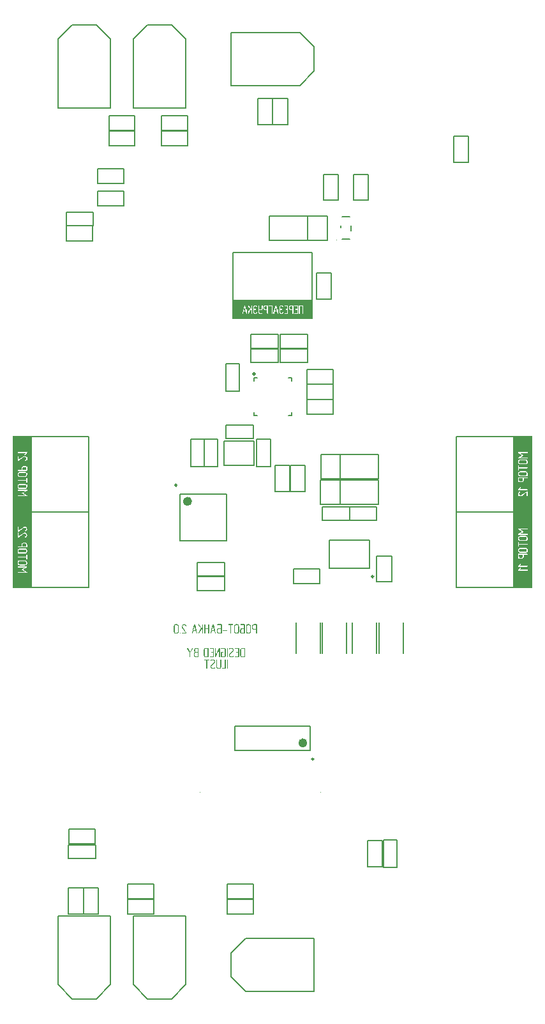
<source format=gbo>
G04*
G04 #@! TF.GenerationSoftware,Altium Limited,Altium Designer,21.8.1 (53)*
G04*
G04 Layer_Color=32896*
%FSLAX42Y42*%
%MOMM*%
G71*
G04*
G04 #@! TF.SameCoordinates,ECD59B7C-F3D5-4042-AA40-CB62378B2820*
G04*
G04*
G04 #@! TF.FilePolarity,Positive*
G04*
G01*
G75*
%ADD10C,0.20*%
%ADD26C,0.60*%
%ADD31C,0.25*%
%ADD77C,0.10*%
%ADD78C,0.50*%
%ADD79C,0.15*%
G36*
X-1065Y-1801D02*
X-1063Y-1802D01*
X-1062Y-1803D01*
X-1061Y-1804D01*
X-1061Y-1805D01*
X-1060Y-1806D01*
X-1060Y-1807D01*
Y-1807D01*
X-1060Y-1808D01*
X-1061Y-1810D01*
X-1061Y-1810D01*
X-1061Y-1810D01*
X-1091Y-1866D01*
Y-1921D01*
X-1091Y-1923D01*
X-1092Y-1925D01*
X-1093Y-1926D01*
X-1094Y-1927D01*
X-1095Y-1927D01*
X-1096Y-1927D01*
X-1097Y-1927D01*
X-1097D01*
X-1099Y-1927D01*
X-1101Y-1927D01*
X-1102Y-1926D01*
X-1103Y-1924D01*
X-1103Y-1923D01*
X-1103Y-1922D01*
Y-1922D01*
Y-1921D01*
Y-1866D01*
X-1133Y-1811D01*
X-1134Y-1809D01*
X-1134Y-1808D01*
X-1134Y-1808D01*
Y-1807D01*
X-1134Y-1805D01*
X-1133Y-1804D01*
X-1132Y-1803D01*
X-1131Y-1802D01*
X-1130Y-1802D01*
X-1129Y-1801D01*
X-1128D01*
X-1126Y-1801D01*
X-1125Y-1802D01*
X-1124Y-1803D01*
X-1123Y-1804D01*
X-1122Y-1804D01*
Y-1805D01*
X-1097Y-1853D01*
X-1072Y-1805D01*
X-1071Y-1804D01*
X-1071Y-1803D01*
X-1070Y-1802D01*
X-1069Y-1802D01*
X-1068Y-1801D01*
X-1067Y-1801D01*
X-1067D01*
X-1065Y-1801D01*
D02*
G37*
G36*
X-704Y-1802D02*
X-702Y-1802D01*
X-701Y-1803D01*
X-701Y-1804D01*
X-700Y-1806D01*
X-700Y-1807D01*
X-700Y-1807D01*
Y-1807D01*
Y-1921D01*
X-700Y-1923D01*
X-701Y-1925D01*
X-702Y-1926D01*
X-703Y-1927D01*
X-704Y-1927D01*
X-705Y-1927D01*
X-706Y-1927D01*
X-706D01*
X-708Y-1927D01*
X-710Y-1927D01*
X-711Y-1926D01*
X-711Y-1924D01*
X-712Y-1923D01*
X-712Y-1922D01*
Y-1922D01*
Y-1921D01*
Y-1829D01*
X-753Y-1923D01*
X-754Y-1925D01*
X-755Y-1926D01*
X-756Y-1926D01*
X-756Y-1927D01*
X-757Y-1927D01*
X-758Y-1927D01*
X-759D01*
X-761Y-1927D01*
X-762Y-1927D01*
X-764Y-1926D01*
X-764Y-1924D01*
X-765Y-1923D01*
X-765Y-1922D01*
Y-1922D01*
Y-1921D01*
Y-1807D01*
X-765Y-1805D01*
X-764Y-1804D01*
X-763Y-1803D01*
X-762Y-1802D01*
X-761Y-1802D01*
X-760Y-1801D01*
X-759D01*
X-757Y-1802D01*
X-755Y-1802D01*
X-754Y-1803D01*
X-753Y-1804D01*
X-753Y-1806D01*
X-753Y-1807D01*
X-753Y-1807D01*
Y-1807D01*
Y-1900D01*
X-712Y-1805D01*
X-711Y-1804D01*
X-710Y-1803D01*
X-709Y-1802D01*
X-708Y-1802D01*
X-707Y-1802D01*
X-707Y-1801D01*
X-706D01*
X-704Y-1802D01*
D02*
G37*
G36*
X-645Y-1802D02*
X-641Y-1803D01*
X-637Y-1804D01*
X-634Y-1805D01*
X-632Y-1807D01*
X-630Y-1808D01*
X-629Y-1809D01*
X-629Y-1810D01*
X-629Y-1810D01*
X-627Y-1811D01*
X-626Y-1813D01*
X-624Y-1816D01*
X-623Y-1820D01*
X-622Y-1822D01*
X-621Y-1825D01*
X-621Y-1827D01*
X-621Y-1828D01*
Y-1829D01*
Y-1829D01*
Y-1829D01*
Y-1900D01*
X-621Y-1902D01*
X-621Y-1904D01*
X-622Y-1907D01*
X-623Y-1911D01*
X-625Y-1914D01*
X-626Y-1916D01*
X-628Y-1918D01*
X-629Y-1919D01*
X-629Y-1919D01*
Y-1919D01*
X-631Y-1921D01*
X-632Y-1922D01*
X-636Y-1924D01*
X-639Y-1925D01*
X-642Y-1926D01*
X-645Y-1927D01*
X-646Y-1927D01*
X-647D01*
X-648Y-1927D01*
X-680D01*
X-682Y-1927D01*
X-683Y-1927D01*
X-684Y-1926D01*
X-685Y-1924D01*
X-686Y-1923D01*
X-686Y-1922D01*
Y-1922D01*
Y-1921D01*
Y-1860D01*
X-686Y-1858D01*
X-685Y-1857D01*
X-684Y-1855D01*
X-683Y-1855D01*
X-682Y-1854D01*
X-681Y-1854D01*
X-662D01*
X-660Y-1854D01*
X-659Y-1855D01*
X-657Y-1856D01*
X-657Y-1857D01*
X-656Y-1858D01*
X-656Y-1859D01*
X-656Y-1860D01*
Y-1860D01*
X-656Y-1862D01*
X-657Y-1864D01*
X-658Y-1865D01*
X-659Y-1865D01*
X-660Y-1866D01*
X-661Y-1866D01*
X-662Y-1866D01*
X-674D01*
Y-1915D01*
X-649D01*
X-646Y-1915D01*
X-644Y-1915D01*
X-643Y-1914D01*
X-641Y-1913D01*
X-640Y-1912D01*
X-639Y-1911D01*
X-638Y-1911D01*
X-638Y-1911D01*
X-636Y-1909D01*
X-635Y-1907D01*
X-634Y-1905D01*
X-634Y-1903D01*
X-633Y-1902D01*
X-633Y-1901D01*
Y-1900D01*
Y-1900D01*
Y-1829D01*
X-633Y-1827D01*
X-634Y-1825D01*
X-635Y-1823D01*
X-636Y-1822D01*
X-636Y-1820D01*
X-637Y-1819D01*
X-638Y-1819D01*
X-638Y-1818D01*
X-640Y-1817D01*
X-641Y-1816D01*
X-643Y-1815D01*
X-645Y-1814D01*
X-647Y-1814D01*
X-648Y-1814D01*
X-680D01*
X-682Y-1813D01*
X-683Y-1813D01*
X-684Y-1812D01*
X-685Y-1810D01*
X-686Y-1809D01*
X-686Y-1808D01*
Y-1808D01*
Y-1807D01*
X-686Y-1805D01*
X-685Y-1804D01*
X-684Y-1803D01*
X-683Y-1802D01*
X-682Y-1802D01*
X-681Y-1801D01*
X-647D01*
X-645Y-1802D01*
D02*
G37*
G36*
X-370Y-1802D02*
X-368Y-1802D01*
X-367Y-1803D01*
X-367Y-1804D01*
X-366Y-1806D01*
X-366Y-1807D01*
X-366Y-1807D01*
Y-1807D01*
Y-1921D01*
X-366Y-1923D01*
X-367Y-1925D01*
X-368Y-1926D01*
X-369Y-1927D01*
X-370Y-1927D01*
X-371Y-1927D01*
X-372Y-1927D01*
X-403D01*
X-405Y-1927D01*
X-407Y-1927D01*
X-411Y-1926D01*
X-414Y-1925D01*
X-417Y-1923D01*
X-419Y-1922D01*
X-421Y-1921D01*
X-422Y-1920D01*
X-423Y-1919D01*
X-424Y-1918D01*
X-425Y-1916D01*
X-427Y-1913D01*
X-429Y-1910D01*
X-430Y-1906D01*
X-431Y-1904D01*
X-431Y-1901D01*
X-431Y-1901D01*
Y-1900D01*
Y-1900D01*
Y-1900D01*
Y-1829D01*
Y-1827D01*
X-431Y-1825D01*
X-430Y-1821D01*
X-428Y-1818D01*
X-427Y-1815D01*
X-425Y-1813D01*
X-424Y-1811D01*
X-423Y-1810D01*
X-423Y-1810D01*
X-423D01*
X-421Y-1808D01*
X-419Y-1807D01*
X-416Y-1805D01*
X-413Y-1803D01*
X-409Y-1802D01*
X-407Y-1802D01*
X-406Y-1802D01*
X-405D01*
X-404Y-1801D01*
X-372D01*
X-370Y-1802D01*
D02*
G37*
G36*
X-449D02*
X-448Y-1802D01*
X-447Y-1803D01*
X-446Y-1804D01*
X-445Y-1806D01*
X-445Y-1807D01*
X-445Y-1807D01*
Y-1807D01*
Y-1921D01*
X-445Y-1923D01*
X-446Y-1925D01*
X-447Y-1926D01*
X-448Y-1927D01*
X-449Y-1927D01*
X-450Y-1927D01*
X-451Y-1927D01*
X-495D01*
X-497Y-1927D01*
X-499Y-1927D01*
X-500Y-1926D01*
X-500Y-1924D01*
X-501Y-1923D01*
X-501Y-1922D01*
Y-1922D01*
Y-1921D01*
X-501Y-1919D01*
X-500Y-1918D01*
X-499Y-1917D01*
X-498Y-1916D01*
X-497Y-1916D01*
X-496Y-1915D01*
X-457D01*
Y-1866D01*
X-477D01*
X-479Y-1866D01*
X-481Y-1865D01*
X-482Y-1864D01*
X-483Y-1863D01*
X-483Y-1862D01*
X-484Y-1861D01*
Y-1860D01*
Y-1860D01*
X-483Y-1858D01*
X-483Y-1857D01*
X-482Y-1855D01*
X-481Y-1855D01*
X-479Y-1854D01*
X-478Y-1854D01*
X-457D01*
Y-1814D01*
X-495D01*
X-497Y-1813D01*
X-499Y-1813D01*
X-500Y-1812D01*
X-500Y-1810D01*
X-501Y-1809D01*
X-501Y-1808D01*
Y-1808D01*
Y-1807D01*
X-501Y-1805D01*
X-500Y-1804D01*
X-499Y-1803D01*
X-498Y-1802D01*
X-497Y-1802D01*
X-496Y-1801D01*
X-451D01*
X-449Y-1802D01*
D02*
G37*
G36*
X-539Y-1802D02*
X-535Y-1803D01*
X-532Y-1804D01*
X-529Y-1805D01*
X-527Y-1807D01*
X-525Y-1808D01*
X-524Y-1809D01*
X-524Y-1810D01*
X-524Y-1810D01*
X-522Y-1811D01*
X-521Y-1813D01*
X-519Y-1816D01*
X-517Y-1820D01*
X-517Y-1823D01*
X-516Y-1825D01*
X-516Y-1827D01*
X-515Y-1828D01*
Y-1829D01*
Y-1829D01*
Y-1830D01*
X-516Y-1832D01*
X-516Y-1834D01*
X-517Y-1837D01*
X-518Y-1841D01*
X-520Y-1844D01*
X-521Y-1846D01*
X-522Y-1848D01*
X-523Y-1849D01*
X-524Y-1849D01*
Y-1849D01*
X-563Y-1888D01*
X-564Y-1890D01*
X-566Y-1892D01*
X-567Y-1894D01*
X-567Y-1896D01*
X-567Y-1897D01*
X-568Y-1898D01*
Y-1899D01*
Y-1899D01*
X-567Y-1902D01*
X-567Y-1904D01*
X-566Y-1906D01*
X-565Y-1907D01*
X-564Y-1909D01*
X-564Y-1910D01*
X-563Y-1910D01*
X-563Y-1911D01*
X-561Y-1912D01*
X-559Y-1913D01*
X-557Y-1914D01*
X-556Y-1915D01*
X-554Y-1915D01*
X-553Y-1915D01*
X-539D01*
X-536Y-1915D01*
X-534Y-1915D01*
X-532Y-1914D01*
X-529Y-1913D01*
X-528Y-1912D01*
X-526Y-1912D01*
X-526Y-1911D01*
X-525Y-1911D01*
X-524Y-1910D01*
X-522Y-1910D01*
X-522Y-1910D01*
X-520D01*
X-519Y-1910D01*
X-518Y-1911D01*
X-517Y-1912D01*
X-517Y-1912D01*
Y-1912D01*
X-516Y-1913D01*
X-515Y-1915D01*
X-515Y-1916D01*
Y-1916D01*
Y-1916D01*
X-515Y-1917D01*
X-516Y-1918D01*
X-517Y-1920D01*
X-517Y-1921D01*
X-517Y-1921D01*
X-518Y-1921D01*
X-521Y-1923D01*
X-524Y-1925D01*
X-528Y-1926D01*
X-531Y-1927D01*
X-534Y-1927D01*
X-536Y-1927D01*
X-537D01*
X-538Y-1927D01*
X-552D01*
X-554Y-1927D01*
X-556Y-1927D01*
X-560Y-1926D01*
X-563Y-1925D01*
X-566Y-1923D01*
X-569Y-1922D01*
X-570Y-1921D01*
X-571Y-1920D01*
X-572Y-1919D01*
X-573Y-1918D01*
X-574Y-1916D01*
X-576Y-1913D01*
X-578Y-1909D01*
X-579Y-1906D01*
X-580Y-1904D01*
X-580Y-1902D01*
Y-1901D01*
X-580Y-1900D01*
Y-1900D01*
Y-1900D01*
Y-1899D01*
Y-1897D01*
X-580Y-1895D01*
X-579Y-1892D01*
X-577Y-1888D01*
X-576Y-1885D01*
X-574Y-1883D01*
X-573Y-1881D01*
X-572Y-1880D01*
X-572Y-1880D01*
X-572D01*
X-533Y-1841D01*
X-531Y-1839D01*
X-530Y-1837D01*
X-529Y-1835D01*
X-529Y-1833D01*
X-528Y-1832D01*
X-528Y-1831D01*
Y-1830D01*
Y-1830D01*
X-528Y-1827D01*
X-529Y-1825D01*
X-529Y-1823D01*
X-530Y-1821D01*
X-531Y-1820D01*
X-532Y-1819D01*
X-532Y-1818D01*
X-532Y-1818D01*
X-534Y-1817D01*
X-536Y-1816D01*
X-538Y-1815D01*
X-540Y-1814D01*
X-541Y-1814D01*
X-542Y-1814D01*
X-557D01*
X-559Y-1814D01*
X-562Y-1814D01*
X-564Y-1815D01*
X-566Y-1816D01*
X-568Y-1817D01*
X-569Y-1817D01*
X-570Y-1818D01*
X-571Y-1818D01*
X-572Y-1819D01*
X-573Y-1819D01*
X-574Y-1819D01*
X-574D01*
X-576Y-1819D01*
X-577Y-1818D01*
X-578Y-1818D01*
X-579Y-1817D01*
X-579Y-1817D01*
X-580Y-1816D01*
X-580Y-1814D01*
X-581Y-1813D01*
Y-1813D01*
Y-1813D01*
X-580Y-1812D01*
X-580Y-1811D01*
X-579Y-1809D01*
X-578Y-1808D01*
X-578Y-1808D01*
X-578Y-1808D01*
X-574Y-1806D01*
X-571Y-1804D01*
X-567Y-1803D01*
X-564Y-1802D01*
X-561Y-1802D01*
X-560Y-1802D01*
X-559D01*
X-558Y-1801D01*
X-541D01*
X-539Y-1802D01*
D02*
G37*
G36*
X-598Y-1802D02*
X-597Y-1802D01*
X-596Y-1803D01*
X-595Y-1804D01*
X-595Y-1806D01*
X-594Y-1807D01*
X-594Y-1807D01*
Y-1807D01*
Y-1921D01*
X-594Y-1923D01*
X-595Y-1925D01*
X-596Y-1926D01*
X-597Y-1927D01*
X-599Y-1927D01*
X-599Y-1927D01*
X-600Y-1927D01*
X-600D01*
X-602Y-1927D01*
X-604Y-1927D01*
X-605Y-1926D01*
X-606Y-1924D01*
X-606Y-1923D01*
X-607Y-1922D01*
Y-1922D01*
Y-1921D01*
Y-1807D01*
X-606Y-1805D01*
X-606Y-1804D01*
X-605Y-1803D01*
X-604Y-1802D01*
X-602Y-1802D01*
X-601Y-1801D01*
X-600D01*
X-598Y-1802D01*
D02*
G37*
G36*
X-783D02*
X-782Y-1802D01*
X-781Y-1803D01*
X-780Y-1804D01*
X-779Y-1806D01*
X-779Y-1807D01*
X-779Y-1807D01*
Y-1807D01*
Y-1921D01*
X-779Y-1923D01*
X-780Y-1925D01*
X-781Y-1926D01*
X-782Y-1927D01*
X-783Y-1927D01*
X-784Y-1927D01*
X-785Y-1927D01*
X-829D01*
X-831Y-1927D01*
X-833Y-1927D01*
X-834Y-1926D01*
X-834Y-1924D01*
X-835Y-1923D01*
X-835Y-1922D01*
Y-1922D01*
Y-1921D01*
X-835Y-1919D01*
X-834Y-1918D01*
X-833Y-1917D01*
X-832Y-1916D01*
X-831Y-1916D01*
X-830Y-1915D01*
X-791D01*
Y-1866D01*
X-811D01*
X-814Y-1866D01*
X-815Y-1865D01*
X-816Y-1864D01*
X-817Y-1863D01*
X-817Y-1862D01*
X-818Y-1861D01*
Y-1860D01*
Y-1860D01*
X-817Y-1858D01*
X-817Y-1857D01*
X-816Y-1855D01*
X-815Y-1855D01*
X-813Y-1854D01*
X-812Y-1854D01*
X-791D01*
Y-1814D01*
X-829D01*
X-831Y-1813D01*
X-833Y-1813D01*
X-834Y-1812D01*
X-834Y-1810D01*
X-835Y-1809D01*
X-835Y-1808D01*
Y-1808D01*
Y-1807D01*
X-835Y-1805D01*
X-834Y-1804D01*
X-833Y-1803D01*
X-832Y-1802D01*
X-831Y-1802D01*
X-830Y-1801D01*
X-785D01*
X-783Y-1802D01*
D02*
G37*
G36*
X-853D02*
X-852Y-1802D01*
X-851Y-1803D01*
X-850Y-1804D01*
X-850Y-1806D01*
X-849Y-1807D01*
X-849Y-1807D01*
Y-1807D01*
Y-1921D01*
X-849Y-1923D01*
X-850Y-1925D01*
X-851Y-1926D01*
X-852Y-1927D01*
X-854Y-1927D01*
X-854Y-1927D01*
X-855Y-1927D01*
X-886D01*
X-888Y-1927D01*
X-890Y-1927D01*
X-894Y-1926D01*
X-898Y-1925D01*
X-901Y-1923D01*
X-903Y-1922D01*
X-905Y-1921D01*
X-906Y-1920D01*
X-906Y-1919D01*
X-908Y-1918D01*
X-909Y-1916D01*
X-911Y-1913D01*
X-912Y-1910D01*
X-913Y-1906D01*
X-914Y-1904D01*
X-914Y-1901D01*
X-914Y-1901D01*
Y-1900D01*
Y-1900D01*
Y-1900D01*
Y-1829D01*
Y-1827D01*
X-914Y-1825D01*
X-913Y-1821D01*
X-912Y-1818D01*
X-910Y-1815D01*
X-909Y-1813D01*
X-907Y-1811D01*
X-906Y-1810D01*
X-906Y-1810D01*
X-906D01*
X-904Y-1808D01*
X-903Y-1807D01*
X-899Y-1805D01*
X-896Y-1803D01*
X-893Y-1802D01*
X-890Y-1802D01*
X-889Y-1802D01*
X-888D01*
X-887Y-1801D01*
X-855D01*
X-853Y-1802D01*
D02*
G37*
G36*
X-985D02*
X-984Y-1802D01*
X-983Y-1803D01*
X-982Y-1804D01*
X-981Y-1806D01*
X-981Y-1807D01*
X-981Y-1807D01*
Y-1807D01*
Y-1921D01*
X-981Y-1923D01*
X-982Y-1925D01*
X-983Y-1926D01*
X-984Y-1927D01*
X-985Y-1927D01*
X-986Y-1927D01*
X-987Y-1927D01*
X-1018D01*
X-1020Y-1927D01*
X-1022Y-1927D01*
X-1026Y-1926D01*
X-1029Y-1925D01*
X-1032Y-1923D01*
X-1034Y-1922D01*
X-1036Y-1920D01*
X-1037Y-1920D01*
X-1038Y-1919D01*
X-1038D01*
X-1039Y-1917D01*
X-1041Y-1916D01*
X-1043Y-1912D01*
X-1044Y-1909D01*
X-1045Y-1906D01*
X-1046Y-1903D01*
X-1046Y-1901D01*
X-1046Y-1901D01*
Y-1900D01*
Y-1900D01*
Y-1900D01*
Y-1882D01*
X-1046Y-1879D01*
X-1046Y-1876D01*
X-1045Y-1874D01*
X-1044Y-1872D01*
X-1043Y-1870D01*
X-1043Y-1869D01*
X-1042Y-1868D01*
X-1042Y-1867D01*
X-1040Y-1865D01*
X-1039Y-1863D01*
X-1037Y-1862D01*
X-1035Y-1860D01*
X-1034Y-1860D01*
X-1033Y-1859D01*
X-1032Y-1859D01*
X-1032Y-1858D01*
X-1034Y-1857D01*
X-1035Y-1855D01*
X-1036Y-1854D01*
X-1038Y-1852D01*
X-1039Y-1849D01*
X-1041Y-1846D01*
X-1041Y-1843D01*
X-1041Y-1841D01*
X-1042Y-1840D01*
X-1042Y-1839D01*
Y-1839D01*
Y-1838D01*
Y-1838D01*
Y-1829D01*
Y-1827D01*
X-1041Y-1825D01*
X-1041Y-1821D01*
X-1039Y-1818D01*
X-1038Y-1815D01*
X-1036Y-1813D01*
X-1035Y-1811D01*
X-1034Y-1810D01*
X-1034Y-1810D01*
X-1033D01*
X-1032Y-1808D01*
X-1030Y-1807D01*
X-1027Y-1805D01*
X-1023Y-1803D01*
X-1020Y-1802D01*
X-1018Y-1802D01*
X-1016Y-1802D01*
X-1016D01*
X-1015Y-1801D01*
X-987D01*
X-985Y-1802D01*
D02*
G37*
G36*
X-686Y-1953D02*
X-685Y-1954D01*
X-684Y-1955D01*
X-683Y-1956D01*
X-683Y-1957D01*
X-683Y-1958D01*
X-682Y-1959D01*
Y-1959D01*
Y-2051D01*
X-683Y-2053D01*
X-683Y-2055D01*
X-684Y-2059D01*
X-685Y-2062D01*
X-686Y-2065D01*
X-688Y-2068D01*
X-689Y-2069D01*
X-690Y-2070D01*
X-691Y-2070D01*
Y-2071D01*
X-692Y-2072D01*
X-694Y-2073D01*
X-697Y-2075D01*
X-701Y-2077D01*
X-704Y-2078D01*
X-706Y-2078D01*
X-708Y-2079D01*
X-709D01*
X-709Y-2079D01*
X-719D01*
X-721Y-2079D01*
X-724Y-2078D01*
X-727Y-2078D01*
X-731Y-2076D01*
X-734Y-2075D01*
X-736Y-2073D01*
X-738Y-2072D01*
X-739Y-2071D01*
X-739Y-2071D01*
X-741Y-2069D01*
X-742Y-2068D01*
X-744Y-2064D01*
X-746Y-2061D01*
X-746Y-2058D01*
X-747Y-2055D01*
X-747Y-2053D01*
X-748Y-2052D01*
Y-2051D01*
Y-2051D01*
Y-2051D01*
Y-1959D01*
X-747Y-1957D01*
X-747Y-1955D01*
X-746Y-1954D01*
X-744Y-1953D01*
X-743Y-1953D01*
X-742Y-1953D01*
X-741D01*
X-739Y-1953D01*
X-738Y-1954D01*
X-737Y-1955D01*
X-736Y-1956D01*
X-736Y-1957D01*
X-735Y-1958D01*
X-735Y-1959D01*
Y-1959D01*
Y-2051D01*
X-735Y-2053D01*
X-734Y-2055D01*
X-734Y-2057D01*
X-733Y-2059D01*
X-732Y-2060D01*
X-731Y-2061D01*
X-731Y-2062D01*
X-730Y-2062D01*
X-729Y-2064D01*
X-727Y-2065D01*
X-725Y-2065D01*
X-723Y-2066D01*
X-721Y-2066D01*
X-720Y-2067D01*
X-711D01*
X-708Y-2066D01*
X-706Y-2066D01*
X-704Y-2065D01*
X-703Y-2064D01*
X-701Y-2063D01*
X-700Y-2063D01*
X-700Y-2062D01*
X-699Y-2062D01*
X-698Y-2060D01*
X-697Y-2058D01*
X-696Y-2056D01*
X-695Y-2055D01*
X-695Y-2053D01*
X-695Y-2052D01*
Y-2051D01*
Y-2051D01*
Y-1959D01*
X-695Y-1957D01*
X-694Y-1955D01*
X-693Y-1954D01*
X-692Y-1953D01*
X-691Y-1953D01*
X-689Y-1953D01*
X-689D01*
X-686Y-1953D01*
D02*
G37*
G36*
X-599D02*
X-597Y-1954D01*
X-596Y-1955D01*
X-595Y-1956D01*
X-595Y-1957D01*
X-595Y-1958D01*
X-594Y-1959D01*
Y-1959D01*
Y-2073D01*
X-595Y-2075D01*
X-595Y-2076D01*
X-596Y-2077D01*
X-598Y-2078D01*
X-599Y-2078D01*
X-600Y-2079D01*
X-600Y-2079D01*
X-601D01*
X-603Y-2079D01*
X-604Y-2078D01*
X-605Y-2077D01*
X-606Y-2076D01*
X-606Y-2075D01*
X-607Y-2074D01*
Y-2073D01*
Y-2073D01*
Y-1959D01*
X-607Y-1957D01*
X-606Y-1955D01*
X-605Y-1954D01*
X-604Y-1953D01*
X-603Y-1953D01*
X-601Y-1953D01*
X-601D01*
X-599Y-1953D01*
D02*
G37*
G36*
X-625D02*
X-624Y-1954D01*
X-622Y-1955D01*
X-622Y-1956D01*
X-621Y-1957D01*
X-621Y-1958D01*
X-621Y-1959D01*
Y-1959D01*
Y-2073D01*
X-621Y-2075D01*
X-622Y-2076D01*
X-623Y-2077D01*
X-624Y-2078D01*
X-625Y-2078D01*
X-626Y-2079D01*
X-627Y-2079D01*
X-662D01*
X-664Y-2079D01*
X-666Y-2078D01*
X-667Y-2077D01*
X-668Y-2076D01*
X-668Y-2075D01*
X-668Y-2074D01*
Y-2073D01*
Y-2073D01*
X-668Y-2071D01*
X-667Y-2069D01*
X-666Y-2068D01*
X-665Y-2067D01*
X-664Y-2067D01*
X-663Y-2067D01*
X-633D01*
Y-1959D01*
X-633Y-1957D01*
X-632Y-1955D01*
X-631Y-1954D01*
X-630Y-1953D01*
X-629Y-1953D01*
X-628Y-1953D01*
X-627D01*
X-625Y-1953D01*
D02*
G37*
G36*
X-786Y-1953D02*
X-782Y-1954D01*
X-778Y-1955D01*
X-775Y-1957D01*
X-773Y-1958D01*
X-771Y-1960D01*
X-770Y-1961D01*
X-770Y-1961D01*
X-770Y-1961D01*
X-768Y-1963D01*
X-767Y-1964D01*
X-765Y-1968D01*
X-764Y-1971D01*
X-763Y-1974D01*
X-762Y-1977D01*
X-762Y-1979D01*
X-762Y-1980D01*
Y-1980D01*
Y-1981D01*
Y-1981D01*
X-762Y-1983D01*
X-762Y-1985D01*
X-763Y-1989D01*
X-764Y-1992D01*
X-766Y-1995D01*
X-767Y-1997D01*
X-769Y-1999D01*
X-770Y-2000D01*
X-770Y-2000D01*
Y-2000D01*
X-809Y-2040D01*
X-811Y-2042D01*
X-812Y-2043D01*
X-813Y-2045D01*
X-813Y-2047D01*
X-814Y-2048D01*
X-814Y-2050D01*
Y-2050D01*
Y-2051D01*
X-814Y-2053D01*
X-813Y-2055D01*
X-812Y-2057D01*
X-812Y-2059D01*
X-811Y-2060D01*
X-810Y-2061D01*
X-809Y-2062D01*
X-809Y-2062D01*
X-807Y-2063D01*
X-806Y-2065D01*
X-804Y-2065D01*
X-802Y-2066D01*
X-800Y-2066D01*
X-799Y-2067D01*
X-785D01*
X-783Y-2066D01*
X-780Y-2066D01*
X-778Y-2065D01*
X-776Y-2065D01*
X-774Y-2064D01*
X-773Y-2063D01*
X-772Y-2063D01*
X-771Y-2063D01*
X-770Y-2062D01*
X-769Y-2061D01*
X-768Y-2061D01*
X-767D01*
X-766Y-2062D01*
X-764Y-2062D01*
X-764Y-2063D01*
X-763Y-2063D01*
Y-2063D01*
X-762Y-2065D01*
X-762Y-2066D01*
X-761Y-2067D01*
Y-2067D01*
Y-2067D01*
X-762Y-2068D01*
X-762Y-2069D01*
X-763Y-2071D01*
X-764Y-2072D01*
X-764Y-2072D01*
X-764Y-2072D01*
X-767Y-2075D01*
X-771Y-2076D01*
X-774Y-2077D01*
X-778Y-2078D01*
X-781Y-2078D01*
X-782Y-2079D01*
X-783D01*
X-784Y-2079D01*
X-798D01*
X-800Y-2079D01*
X-802Y-2078D01*
X-806Y-2078D01*
X-809Y-2076D01*
X-812Y-2075D01*
X-815Y-2073D01*
X-816Y-2072D01*
X-818Y-2071D01*
X-818Y-2071D01*
X-819Y-2069D01*
X-821Y-2068D01*
X-823Y-2064D01*
X-824Y-2061D01*
X-825Y-2058D01*
X-826Y-2055D01*
X-826Y-2054D01*
Y-2053D01*
X-826Y-2052D01*
Y-2051D01*
Y-2051D01*
Y-2051D01*
Y-2049D01*
X-826Y-2047D01*
X-825Y-2043D01*
X-824Y-2040D01*
X-822Y-2037D01*
X-821Y-2034D01*
X-819Y-2033D01*
X-818Y-2031D01*
X-818Y-2031D01*
X-818D01*
X-779Y-1992D01*
X-777Y-1990D01*
X-776Y-1988D01*
X-775Y-1986D01*
X-775Y-1985D01*
X-774Y-1983D01*
X-774Y-1982D01*
Y-1981D01*
Y-1981D01*
X-774Y-1978D01*
X-775Y-1976D01*
X-776Y-1974D01*
X-776Y-1973D01*
X-777Y-1971D01*
X-778Y-1970D01*
X-779Y-1970D01*
X-779Y-1970D01*
X-781Y-1968D01*
X-782Y-1967D01*
X-784Y-1966D01*
X-786Y-1965D01*
X-787Y-1965D01*
X-789Y-1965D01*
X-803D01*
X-805Y-1965D01*
X-808Y-1966D01*
X-810Y-1966D01*
X-812Y-1967D01*
X-814Y-1968D01*
X-816Y-1969D01*
X-816Y-1969D01*
X-817Y-1970D01*
X-818Y-1970D01*
X-819Y-1970D01*
X-820Y-1970D01*
X-821D01*
X-822Y-1970D01*
X-824Y-1970D01*
X-824Y-1969D01*
X-825Y-1969D01*
X-826Y-1968D01*
X-826Y-1967D01*
X-827Y-1965D01*
X-827Y-1964D01*
Y-1964D01*
Y-1964D01*
X-827Y-1963D01*
X-826Y-1962D01*
X-825Y-1961D01*
X-824Y-1960D01*
X-824Y-1959D01*
X-824Y-1959D01*
X-821Y-1957D01*
X-817Y-1955D01*
X-813Y-1954D01*
X-810Y-1953D01*
X-807Y-1953D01*
X-806Y-1953D01*
X-805D01*
X-804Y-1953D01*
X-788D01*
X-786Y-1953D01*
D02*
G37*
G36*
X-845Y-1953D02*
X-843Y-1954D01*
X-842Y-1955D01*
X-841Y-1956D01*
X-841Y-1957D01*
X-841Y-1958D01*
X-841Y-1959D01*
Y-1959D01*
X-841Y-1961D01*
X-841Y-1962D01*
X-842Y-1963D01*
X-844Y-1964D01*
X-845Y-1965D01*
X-846Y-1965D01*
X-846Y-1965D01*
X-867D01*
Y-2073D01*
X-867Y-2075D01*
X-868Y-2076D01*
X-869Y-2077D01*
X-870Y-2078D01*
X-871Y-2078D01*
X-872Y-2079D01*
X-873Y-2079D01*
X-873D01*
X-875Y-2079D01*
X-877Y-2078D01*
X-878Y-2077D01*
X-879Y-2076D01*
X-879Y-2075D01*
X-879Y-2074D01*
Y-2073D01*
Y-2073D01*
Y-1965D01*
X-899D01*
X-901Y-1965D01*
X-903Y-1964D01*
X-904Y-1963D01*
X-905Y-1962D01*
X-905Y-1961D01*
X-906Y-1960D01*
Y-1959D01*
Y-1959D01*
X-905Y-1957D01*
X-905Y-1955D01*
X-904Y-1954D01*
X-902Y-1953D01*
X-901Y-1953D01*
X-900Y-1953D01*
X-847D01*
X-845Y-1953D01*
D02*
G37*
G36*
X-3195Y10D02*
Y-1010D01*
X-3445D01*
Y-10D01*
Y10D01*
D01*
Y1010D01*
X-3195D01*
Y10D01*
D02*
G37*
G36*
X-1167Y-1487D02*
X-1164Y-1488D01*
X-1160Y-1489D01*
X-1158Y-1490D01*
X-1155Y-1492D01*
X-1153Y-1494D01*
X-1150Y-1496D01*
X-1149Y-1498D01*
X-1147Y-1500D01*
X-1146Y-1502D01*
X-1144Y-1504D01*
X-1144Y-1505D01*
X-1143Y-1507D01*
X-1142Y-1508D01*
X-1142Y-1509D01*
X-1142Y-1509D01*
X-1142Y-1510D01*
Y-1511D01*
Y-1511D01*
X-1142Y-1513D01*
X-1143Y-1514D01*
X-1144Y-1516D01*
X-1145Y-1516D01*
X-1146Y-1517D01*
X-1147Y-1517D01*
X-1148Y-1517D01*
X-1148D01*
X-1149Y-1517D01*
X-1151Y-1516D01*
X-1152Y-1516D01*
X-1152Y-1515D01*
X-1153Y-1514D01*
X-1154Y-1513D01*
Y-1513D01*
X-1155Y-1511D01*
X-1156Y-1509D01*
X-1158Y-1507D01*
X-1159Y-1505D01*
X-1160Y-1504D01*
X-1162Y-1503D01*
X-1163Y-1502D01*
X-1165Y-1501D01*
X-1167Y-1500D01*
X-1170Y-1499D01*
X-1170Y-1499D01*
X-1172D01*
X-1174Y-1499D01*
X-1177Y-1500D01*
X-1180Y-1501D01*
X-1182Y-1502D01*
X-1184Y-1503D01*
X-1185Y-1504D01*
X-1186Y-1505D01*
X-1186Y-1505D01*
X-1189Y-1507D01*
X-1190Y-1510D01*
X-1192Y-1512D01*
X-1192Y-1514D01*
X-1193Y-1516D01*
X-1193Y-1518D01*
X-1193Y-1519D01*
Y-1519D01*
Y-1519D01*
X-1193Y-1521D01*
X-1193Y-1523D01*
X-1192Y-1525D01*
X-1191Y-1527D01*
X-1190Y-1529D01*
X-1190Y-1530D01*
X-1189Y-1531D01*
X-1189Y-1531D01*
X-1141Y-1604D01*
X-1141Y-1605D01*
X-1141Y-1606D01*
X-1140Y-1606D01*
Y-1607D01*
X-1141Y-1609D01*
X-1141Y-1610D01*
X-1142Y-1611D01*
X-1144Y-1612D01*
X-1145Y-1613D01*
X-1146Y-1613D01*
X-1146Y-1613D01*
X-1199D01*
X-1201Y-1613D01*
X-1202Y-1612D01*
X-1204Y-1611D01*
X-1204Y-1610D01*
X-1205Y-1609D01*
X-1205Y-1608D01*
Y-1607D01*
Y-1607D01*
X-1205Y-1605D01*
X-1204Y-1604D01*
X-1203Y-1602D01*
X-1202Y-1602D01*
X-1201Y-1601D01*
X-1200Y-1601D01*
X-1157D01*
X-1200Y-1538D01*
X-1202Y-1534D01*
X-1203Y-1531D01*
X-1204Y-1528D01*
X-1205Y-1525D01*
X-1206Y-1522D01*
X-1206Y-1520D01*
Y-1520D01*
Y-1519D01*
Y-1519D01*
Y-1519D01*
X-1206Y-1516D01*
X-1205Y-1514D01*
X-1205Y-1512D01*
X-1204Y-1510D01*
X-1202Y-1506D01*
X-1200Y-1502D01*
X-1198Y-1500D01*
X-1197Y-1499D01*
X-1197Y-1498D01*
X-1196Y-1497D01*
X-1195Y-1496D01*
X-1195Y-1496D01*
X-1195Y-1496D01*
X-1193Y-1494D01*
X-1191Y-1493D01*
X-1189Y-1492D01*
X-1187Y-1491D01*
X-1183Y-1489D01*
X-1179Y-1488D01*
X-1176Y-1487D01*
X-1174Y-1487D01*
X-1173D01*
X-1172Y-1487D01*
X-1171D01*
X-1167Y-1487D01*
D02*
G37*
G36*
X-846Y-1487D02*
X-844Y-1488D01*
X-843Y-1489D01*
X-842Y-1490D01*
X-842Y-1491D01*
X-842Y-1492D01*
X-842Y-1493D01*
Y-1493D01*
Y-1607D01*
X-842Y-1609D01*
X-842Y-1611D01*
X-843Y-1612D01*
X-845Y-1612D01*
X-846Y-1613D01*
X-847Y-1613D01*
X-847Y-1613D01*
X-848D01*
X-850Y-1613D01*
X-851Y-1612D01*
X-852Y-1611D01*
X-853Y-1610D01*
X-854Y-1609D01*
X-854Y-1608D01*
Y-1607D01*
Y-1607D01*
Y-1552D01*
X-894D01*
Y-1607D01*
X-895Y-1609D01*
X-895Y-1611D01*
X-896Y-1612D01*
X-897Y-1612D01*
X-899Y-1613D01*
X-900Y-1613D01*
X-900Y-1613D01*
X-900D01*
X-902Y-1613D01*
X-904Y-1612D01*
X-905Y-1611D01*
X-906Y-1610D01*
X-906Y-1609D01*
X-907Y-1608D01*
Y-1607D01*
Y-1607D01*
Y-1493D01*
X-907Y-1491D01*
X-906Y-1490D01*
X-905Y-1489D01*
X-904Y-1488D01*
X-902Y-1487D01*
X-901Y-1487D01*
X-900D01*
X-898Y-1487D01*
X-897Y-1488D01*
X-896Y-1489D01*
X-895Y-1490D01*
X-895Y-1491D01*
X-895Y-1492D01*
X-894Y-1493D01*
Y-1493D01*
Y-1540D01*
X-854D01*
Y-1493D01*
X-854Y-1491D01*
X-853Y-1490D01*
X-852Y-1489D01*
X-851Y-1488D01*
X-850Y-1487D01*
X-849Y-1487D01*
X-848D01*
X-846Y-1487D01*
D02*
G37*
G36*
X-608Y-1567D02*
X-607Y-1568D01*
X-606Y-1569D01*
X-605Y-1570D01*
X-605Y-1571D01*
X-605Y-1572D01*
X-604Y-1573D01*
Y-1573D01*
X-605Y-1575D01*
X-605Y-1576D01*
X-606Y-1577D01*
X-607Y-1578D01*
X-608Y-1578D01*
X-609Y-1578D01*
X-610Y-1579D01*
X-656D01*
X-658Y-1578D01*
X-660Y-1578D01*
X-660Y-1577D01*
X-661Y-1576D01*
X-662Y-1575D01*
X-662Y-1574D01*
Y-1573D01*
Y-1573D01*
X-662Y-1571D01*
X-661Y-1570D01*
X-660Y-1569D01*
X-659Y-1568D01*
X-658Y-1568D01*
X-657Y-1567D01*
X-610D01*
X-608Y-1567D01*
D02*
G37*
G36*
X-213Y-1487D02*
X-212Y-1488D01*
X-211Y-1489D01*
X-210Y-1490D01*
X-209Y-1491D01*
X-209Y-1492D01*
X-209Y-1493D01*
Y-1493D01*
Y-1607D01*
X-209Y-1609D01*
X-210Y-1611D01*
X-211Y-1612D01*
X-212Y-1612D01*
X-213Y-1613D01*
X-214Y-1613D01*
X-215Y-1613D01*
X-215D01*
X-217Y-1613D01*
X-219Y-1612D01*
X-220Y-1611D01*
X-221Y-1610D01*
X-221Y-1609D01*
X-221Y-1608D01*
Y-1607D01*
Y-1607D01*
Y-1560D01*
X-246D01*
X-248Y-1560D01*
X-250Y-1560D01*
X-254Y-1559D01*
X-257Y-1558D01*
X-260Y-1556D01*
X-263Y-1555D01*
X-264Y-1554D01*
X-266Y-1553D01*
X-266Y-1552D01*
X-267Y-1551D01*
X-269Y-1549D01*
X-271Y-1546D01*
X-272Y-1542D01*
X-273Y-1539D01*
X-274Y-1537D01*
X-274Y-1534D01*
X-274Y-1534D01*
Y-1533D01*
Y-1533D01*
Y-1533D01*
Y-1515D01*
Y-1513D01*
X-274Y-1511D01*
X-273Y-1507D01*
X-272Y-1504D01*
X-270Y-1501D01*
X-268Y-1499D01*
X-267Y-1497D01*
X-266Y-1496D01*
X-266Y-1495D01*
X-266D01*
X-264Y-1494D01*
X-263Y-1493D01*
X-259Y-1491D01*
X-256Y-1489D01*
X-253Y-1488D01*
X-250Y-1487D01*
X-249Y-1487D01*
X-248D01*
X-247Y-1487D01*
X-215D01*
X-213Y-1487D01*
D02*
G37*
G36*
X-312Y-1487D02*
X-308Y-1488D01*
X-305Y-1490D01*
X-302Y-1491D01*
X-299Y-1493D01*
X-298Y-1494D01*
X-297Y-1495D01*
X-296Y-1495D01*
X-296Y-1495D01*
X-295Y-1497D01*
X-294Y-1499D01*
X-292Y-1502D01*
X-290Y-1505D01*
X-289Y-1508D01*
X-288Y-1511D01*
X-288Y-1513D01*
X-288Y-1514D01*
Y-1514D01*
Y-1515D01*
Y-1515D01*
Y-1585D01*
X-288Y-1587D01*
X-288Y-1589D01*
X-289Y-1593D01*
X-291Y-1597D01*
X-292Y-1599D01*
X-294Y-1602D01*
X-295Y-1604D01*
X-296Y-1605D01*
X-296Y-1605D01*
Y-1605D01*
X-298Y-1606D01*
X-299Y-1608D01*
X-303Y-1610D01*
X-306Y-1611D01*
X-309Y-1612D01*
X-312Y-1613D01*
X-313Y-1613D01*
X-314D01*
X-315Y-1613D01*
X-325D01*
X-327Y-1613D01*
X-329Y-1613D01*
X-333Y-1612D01*
X-336Y-1611D01*
X-339Y-1609D01*
X-342Y-1608D01*
X-343Y-1606D01*
X-345Y-1605D01*
X-345Y-1605D01*
X-346Y-1604D01*
X-348Y-1602D01*
X-350Y-1599D01*
X-351Y-1595D01*
X-352Y-1592D01*
X-353Y-1589D01*
X-353Y-1587D01*
X-353Y-1586D01*
Y-1586D01*
Y-1585D01*
Y-1585D01*
Y-1515D01*
Y-1513D01*
X-353Y-1511D01*
X-352Y-1507D01*
X-351Y-1504D01*
X-349Y-1501D01*
X-348Y-1499D01*
X-346Y-1497D01*
X-345Y-1496D01*
X-345Y-1495D01*
X-345D01*
X-343Y-1494D01*
X-342Y-1493D01*
X-338Y-1491D01*
X-335Y-1489D01*
X-332Y-1488D01*
X-329Y-1487D01*
X-328Y-1487D01*
X-327D01*
X-326Y-1487D01*
X-314D01*
X-312Y-1487D01*
D02*
G37*
G36*
X-371Y-1487D02*
X-370Y-1488D01*
X-369Y-1489D01*
X-368Y-1490D01*
X-368Y-1491D01*
X-367Y-1492D01*
X-367Y-1493D01*
Y-1493D01*
Y-1607D01*
X-367Y-1609D01*
X-368Y-1611D01*
X-369Y-1612D01*
X-370Y-1612D01*
X-371Y-1613D01*
X-372Y-1613D01*
X-373Y-1613D01*
X-404D01*
X-406Y-1613D01*
X-408Y-1613D01*
X-412Y-1612D01*
X-415Y-1611D01*
X-418Y-1609D01*
X-421Y-1608D01*
X-423Y-1606D01*
X-424Y-1605D01*
X-424Y-1605D01*
X-425Y-1604D01*
X-427Y-1602D01*
X-429Y-1599D01*
X-430Y-1595D01*
X-431Y-1592D01*
X-432Y-1589D01*
X-432Y-1587D01*
X-432Y-1586D01*
Y-1586D01*
Y-1585D01*
Y-1585D01*
Y-1568D01*
Y-1566D01*
X-432Y-1564D01*
X-431Y-1560D01*
X-430Y-1556D01*
X-428Y-1554D01*
X-427Y-1551D01*
X-425Y-1549D01*
X-424Y-1548D01*
X-424Y-1548D01*
X-424D01*
X-422Y-1546D01*
X-421Y-1545D01*
X-417Y-1543D01*
X-414Y-1542D01*
X-411Y-1541D01*
X-408Y-1540D01*
X-407Y-1540D01*
X-406D01*
X-405Y-1540D01*
X-380D01*
Y-1499D01*
X-422D01*
X-424Y-1499D01*
X-425Y-1498D01*
X-426Y-1497D01*
X-427Y-1496D01*
X-428Y-1495D01*
X-428Y-1494D01*
Y-1493D01*
Y-1493D01*
X-428Y-1491D01*
X-427Y-1490D01*
X-426Y-1489D01*
X-425Y-1488D01*
X-424Y-1487D01*
X-423Y-1487D01*
X-373D01*
X-371Y-1487D01*
D02*
G37*
G36*
X-470Y-1487D02*
X-466Y-1488D01*
X-463Y-1490D01*
X-460Y-1491D01*
X-458Y-1493D01*
X-456Y-1494D01*
X-455Y-1495D01*
X-455Y-1495D01*
X-454Y-1495D01*
X-453Y-1497D01*
X-452Y-1499D01*
X-450Y-1502D01*
X-448Y-1505D01*
X-447Y-1508D01*
X-447Y-1511D01*
X-446Y-1513D01*
X-446Y-1514D01*
Y-1514D01*
Y-1515D01*
Y-1515D01*
Y-1585D01*
X-446Y-1587D01*
X-447Y-1589D01*
X-448Y-1593D01*
X-449Y-1597D01*
X-450Y-1599D01*
X-452Y-1602D01*
X-453Y-1604D01*
X-454Y-1605D01*
X-454Y-1605D01*
Y-1605D01*
X-456Y-1606D01*
X-458Y-1608D01*
X-461Y-1610D01*
X-464Y-1611D01*
X-468Y-1612D01*
X-470Y-1613D01*
X-471Y-1613D01*
X-472D01*
X-473Y-1613D01*
X-483D01*
X-485Y-1613D01*
X-487Y-1613D01*
X-491Y-1612D01*
X-495Y-1611D01*
X-498Y-1609D01*
X-500Y-1608D01*
X-502Y-1606D01*
X-503Y-1605D01*
X-503Y-1605D01*
X-505Y-1604D01*
X-506Y-1602D01*
X-508Y-1599D01*
X-509Y-1595D01*
X-510Y-1592D01*
X-511Y-1589D01*
X-511Y-1587D01*
X-511Y-1586D01*
Y-1586D01*
Y-1585D01*
Y-1585D01*
Y-1515D01*
Y-1513D01*
X-511Y-1511D01*
X-510Y-1507D01*
X-509Y-1504D01*
X-507Y-1501D01*
X-506Y-1499D01*
X-504Y-1497D01*
X-503Y-1496D01*
X-503Y-1495D01*
X-503D01*
X-501Y-1494D01*
X-500Y-1493D01*
X-496Y-1491D01*
X-493Y-1489D01*
X-490Y-1488D01*
X-487Y-1487D01*
X-486Y-1487D01*
X-485D01*
X-484Y-1487D01*
X-472D01*
X-470Y-1487D01*
D02*
G37*
G36*
X-529Y-1487D02*
X-528Y-1488D01*
X-527Y-1489D01*
X-526Y-1490D01*
X-526Y-1491D01*
X-525Y-1492D01*
X-525Y-1493D01*
Y-1493D01*
X-525Y-1495D01*
X-526Y-1497D01*
X-527Y-1498D01*
X-528Y-1499D01*
X-530Y-1499D01*
X-530Y-1499D01*
X-531Y-1499D01*
X-552D01*
Y-1607D01*
X-552Y-1609D01*
X-553Y-1611D01*
X-553Y-1612D01*
X-555Y-1612D01*
X-556Y-1613D01*
X-557Y-1613D01*
X-558Y-1613D01*
X-558D01*
X-560Y-1613D01*
X-561Y-1612D01*
X-563Y-1611D01*
X-563Y-1610D01*
X-564Y-1609D01*
X-564Y-1608D01*
Y-1607D01*
Y-1607D01*
Y-1499D01*
X-584D01*
X-586Y-1499D01*
X-588Y-1498D01*
X-589Y-1497D01*
X-590Y-1496D01*
X-590Y-1495D01*
X-590Y-1494D01*
Y-1493D01*
Y-1493D01*
X-590Y-1491D01*
X-589Y-1490D01*
X-588Y-1489D01*
X-587Y-1488D01*
X-586Y-1487D01*
X-585Y-1487D01*
X-531D01*
X-529Y-1487D01*
D02*
G37*
G36*
X-679D02*
X-677Y-1488D01*
X-676Y-1489D01*
X-675Y-1490D01*
X-675Y-1491D01*
X-675Y-1492D01*
X-675Y-1493D01*
Y-1493D01*
Y-1607D01*
X-675Y-1609D01*
X-676Y-1611D01*
X-677Y-1612D01*
X-678Y-1612D01*
X-679Y-1613D01*
X-680Y-1613D01*
X-681Y-1613D01*
X-712D01*
X-714Y-1613D01*
X-716Y-1613D01*
X-720Y-1612D01*
X-723Y-1611D01*
X-726Y-1609D01*
X-728Y-1608D01*
X-730Y-1606D01*
X-731Y-1605D01*
X-732Y-1605D01*
X-733Y-1604D01*
X-734Y-1602D01*
X-736Y-1599D01*
X-738Y-1595D01*
X-739Y-1592D01*
X-740Y-1589D01*
X-740Y-1587D01*
X-740Y-1586D01*
Y-1586D01*
Y-1585D01*
Y-1585D01*
Y-1568D01*
Y-1566D01*
X-740Y-1564D01*
X-739Y-1560D01*
X-737Y-1556D01*
X-736Y-1554D01*
X-734Y-1551D01*
X-733Y-1549D01*
X-732Y-1548D01*
X-732Y-1548D01*
X-732D01*
X-730Y-1546D01*
X-728Y-1545D01*
X-725Y-1543D01*
X-722Y-1542D01*
X-718Y-1541D01*
X-716Y-1540D01*
X-715Y-1540D01*
X-714D01*
X-713Y-1540D01*
X-687D01*
Y-1499D01*
X-729D01*
X-731Y-1499D01*
X-733Y-1498D01*
X-734Y-1497D01*
X-735Y-1496D01*
X-735Y-1495D01*
X-735Y-1494D01*
Y-1493D01*
Y-1493D01*
X-735Y-1491D01*
X-735Y-1490D01*
X-734Y-1489D01*
X-733Y-1488D01*
X-731Y-1487D01*
X-730Y-1487D01*
X-681D01*
X-679Y-1487D01*
D02*
G37*
G36*
X-789D02*
X-787Y-1488D01*
X-787Y-1489D01*
X-786Y-1490D01*
X-785Y-1491D01*
X-785Y-1491D01*
X-785Y-1492D01*
Y-1492D01*
X-754Y-1606D01*
X-754D01*
Y-1607D01*
Y-1607D01*
Y-1607D01*
X-754Y-1609D01*
X-755Y-1611D01*
X-756Y-1612D01*
X-757Y-1612D01*
X-758Y-1613D01*
X-759Y-1613D01*
X-760Y-1613D01*
X-760D01*
X-762Y-1613D01*
X-763Y-1612D01*
X-764Y-1612D01*
X-765Y-1611D01*
X-765Y-1610D01*
X-766Y-1609D01*
X-766Y-1609D01*
Y-1609D01*
X-774Y-1578D01*
X-807D01*
X-815Y-1609D01*
X-816Y-1610D01*
X-817Y-1611D01*
X-817Y-1612D01*
X-819Y-1613D01*
X-820Y-1613D01*
X-820Y-1613D01*
X-821D01*
X-823Y-1613D01*
X-825Y-1612D01*
X-826Y-1611D01*
X-827Y-1610D01*
X-827Y-1609D01*
X-827Y-1608D01*
Y-1607D01*
Y-1607D01*
Y-1606D01*
X-827Y-1606D01*
Y-1605D01*
X-796Y-1492D01*
X-796Y-1491D01*
X-795Y-1489D01*
X-794Y-1488D01*
X-793Y-1488D01*
X-792Y-1487D01*
X-791Y-1487D01*
X-790D01*
X-789Y-1487D01*
D02*
G37*
G36*
X-978Y-1487D02*
X-977Y-1487D01*
X-976Y-1488D01*
X-975Y-1489D01*
X-974Y-1489D01*
X-974Y-1490D01*
X-933Y-1548D01*
Y-1493D01*
X-933Y-1491D01*
X-932Y-1490D01*
X-931Y-1489D01*
X-930Y-1488D01*
X-929Y-1487D01*
X-928Y-1487D01*
X-927D01*
X-925Y-1487D01*
X-923Y-1488D01*
X-922Y-1489D01*
X-921Y-1490D01*
X-921Y-1491D01*
X-921Y-1492D01*
X-921Y-1493D01*
Y-1493D01*
Y-1607D01*
X-921Y-1609D01*
X-922Y-1611D01*
X-922Y-1612D01*
X-924Y-1612D01*
X-925Y-1613D01*
X-926Y-1613D01*
X-927Y-1613D01*
X-927D01*
X-929Y-1613D01*
X-930Y-1612D01*
X-932Y-1611D01*
X-932Y-1610D01*
X-933Y-1609D01*
X-933Y-1608D01*
Y-1607D01*
Y-1607D01*
Y-1565D01*
X-945Y-1547D01*
X-974Y-1608D01*
X-974Y-1610D01*
X-975Y-1611D01*
X-976Y-1612D01*
X-977Y-1612D01*
X-978Y-1613D01*
X-979Y-1613D01*
X-979D01*
X-981Y-1613D01*
X-983Y-1612D01*
X-984Y-1611D01*
X-985Y-1610D01*
X-985Y-1609D01*
X-985Y-1608D01*
X-986Y-1607D01*
Y-1607D01*
Y-1606D01*
X-985Y-1605D01*
X-985Y-1605D01*
X-985Y-1604D01*
X-954Y-1537D01*
X-985Y-1497D01*
X-985Y-1496D01*
X-985Y-1494D01*
X-986Y-1494D01*
Y-1493D01*
Y-1492D01*
X-985Y-1491D01*
X-985Y-1490D01*
X-984Y-1489D01*
X-984Y-1489D01*
X-984D01*
X-983Y-1488D01*
X-982Y-1488D01*
X-981Y-1487D01*
X-980Y-1487D01*
X-979D01*
X-978Y-1487D01*
D02*
G37*
G36*
X-1035Y-1487D02*
X-1033Y-1488D01*
X-1032Y-1489D01*
X-1032Y-1490D01*
X-1031Y-1491D01*
X-1031Y-1491D01*
X-1030Y-1492D01*
Y-1492D01*
X-1000Y-1606D01*
X-1000D01*
Y-1607D01*
Y-1607D01*
Y-1607D01*
X-1000Y-1609D01*
X-1000Y-1611D01*
X-1002Y-1612D01*
X-1003Y-1612D01*
X-1004Y-1613D01*
X-1005Y-1613D01*
X-1006Y-1613D01*
X-1006D01*
X-1007Y-1613D01*
X-1009Y-1612D01*
X-1010Y-1612D01*
X-1010Y-1611D01*
X-1011Y-1610D01*
X-1012Y-1609D01*
X-1012Y-1609D01*
Y-1609D01*
X-1020Y-1578D01*
X-1053D01*
X-1061Y-1609D01*
X-1062Y-1610D01*
X-1062Y-1611D01*
X-1063Y-1612D01*
X-1065Y-1613D01*
X-1065Y-1613D01*
X-1066Y-1613D01*
X-1067D01*
X-1069Y-1613D01*
X-1071Y-1612D01*
X-1072Y-1611D01*
X-1072Y-1610D01*
X-1073Y-1609D01*
X-1073Y-1608D01*
Y-1607D01*
Y-1607D01*
Y-1606D01*
X-1073Y-1606D01*
Y-1605D01*
X-1042Y-1492D01*
X-1042Y-1491D01*
X-1041Y-1489D01*
X-1040Y-1488D01*
X-1039Y-1488D01*
X-1038Y-1487D01*
X-1037Y-1487D01*
X-1036D01*
X-1035Y-1487D01*
D02*
G37*
G36*
X-1223Y-1601D02*
X-1222Y-1602D01*
X-1221Y-1603D01*
X-1220Y-1604D01*
X-1220Y-1605D01*
X-1219Y-1606D01*
X-1219Y-1607D01*
Y-1607D01*
X-1219Y-1609D01*
X-1220Y-1611D01*
X-1221Y-1612D01*
X-1222Y-1612D01*
X-1224Y-1613D01*
X-1224Y-1613D01*
X-1225Y-1613D01*
X-1225D01*
X-1227Y-1613D01*
X-1229Y-1612D01*
X-1230Y-1611D01*
X-1231Y-1610D01*
X-1231Y-1609D01*
X-1232Y-1608D01*
Y-1607D01*
Y-1607D01*
X-1232Y-1605D01*
X-1231Y-1604D01*
X-1230Y-1602D01*
X-1229Y-1602D01*
X-1227Y-1601D01*
X-1226Y-1601D01*
X-1225D01*
X-1223Y-1601D01*
D02*
G37*
G36*
X-1270Y-1487D02*
X-1266Y-1488D01*
X-1262Y-1490D01*
X-1259Y-1491D01*
X-1257Y-1493D01*
X-1255Y-1494D01*
X-1254Y-1495D01*
X-1254Y-1495D01*
X-1254Y-1495D01*
X-1252Y-1497D01*
X-1251Y-1499D01*
X-1249Y-1502D01*
X-1248Y-1505D01*
X-1247Y-1508D01*
X-1246Y-1511D01*
X-1246Y-1513D01*
X-1246Y-1514D01*
Y-1514D01*
Y-1515D01*
Y-1515D01*
Y-1585D01*
X-1246Y-1587D01*
X-1246Y-1589D01*
X-1247Y-1593D01*
X-1248Y-1597D01*
X-1250Y-1599D01*
X-1251Y-1602D01*
X-1253Y-1604D01*
X-1254Y-1605D01*
X-1254Y-1605D01*
Y-1605D01*
X-1255Y-1606D01*
X-1257Y-1608D01*
X-1260Y-1610D01*
X-1264Y-1611D01*
X-1267Y-1612D01*
X-1270Y-1613D01*
X-1271Y-1613D01*
X-1272D01*
X-1273Y-1613D01*
X-1283D01*
X-1285Y-1613D01*
X-1287Y-1613D01*
X-1291Y-1612D01*
X-1294Y-1611D01*
X-1297Y-1609D01*
X-1299Y-1608D01*
X-1301Y-1606D01*
X-1302Y-1605D01*
X-1303Y-1605D01*
X-1304Y-1604D01*
X-1305Y-1602D01*
X-1307Y-1599D01*
X-1309Y-1595D01*
X-1310Y-1592D01*
X-1311Y-1589D01*
X-1311Y-1587D01*
X-1311Y-1586D01*
Y-1586D01*
Y-1585D01*
Y-1585D01*
Y-1515D01*
Y-1513D01*
X-1311Y-1511D01*
X-1310Y-1507D01*
X-1308Y-1504D01*
X-1307Y-1501D01*
X-1305Y-1499D01*
X-1304Y-1497D01*
X-1303Y-1496D01*
X-1303Y-1495D01*
X-1303D01*
X-1301Y-1494D01*
X-1299Y-1493D01*
X-1296Y-1491D01*
X-1293Y-1489D01*
X-1289Y-1488D01*
X-1287Y-1487D01*
X-1286Y-1487D01*
X-1285D01*
X-1284Y-1487D01*
X-1272D01*
X-1270Y-1487D01*
D02*
G37*
G36*
X3445Y-10D02*
Y-1010D01*
X3195D01*
Y-10D01*
Y1010D01*
X3445D01*
Y-10D01*
D02*
G37*
G36*
X535Y2555D02*
X-535D01*
Y2805D01*
X535D01*
Y2555D01*
D02*
G37*
%LPC*%
G36*
X-378Y-1814D02*
X-403D01*
X-405Y-1814D01*
X-407Y-1814D01*
X-409Y-1815D01*
X-411Y-1816D01*
X-412Y-1817D01*
X-413Y-1817D01*
X-414Y-1818D01*
X-414Y-1818D01*
X-415Y-1820D01*
X-417Y-1822D01*
X-417Y-1824D01*
X-418Y-1825D01*
X-418Y-1827D01*
X-419Y-1828D01*
Y-1829D01*
Y-1829D01*
Y-1900D01*
X-418Y-1902D01*
X-418Y-1904D01*
X-417Y-1906D01*
X-416Y-1908D01*
X-415Y-1909D01*
X-414Y-1910D01*
X-414Y-1911D01*
X-414Y-1911D01*
X-412Y-1912D01*
X-410Y-1913D01*
X-408Y-1914D01*
X-407Y-1915D01*
X-405Y-1915D01*
X-404Y-1915D01*
X-378D01*
Y-1814D01*
D02*
G37*
G36*
X-862D02*
X-886D01*
X-889Y-1814D01*
X-891Y-1814D01*
X-892Y-1815D01*
X-894Y-1816D01*
X-895Y-1817D01*
X-896Y-1817D01*
X-897Y-1818D01*
X-897Y-1818D01*
X-899Y-1820D01*
X-900Y-1822D01*
X-901Y-1824D01*
X-901Y-1825D01*
X-902Y-1827D01*
X-902Y-1828D01*
Y-1829D01*
Y-1829D01*
Y-1900D01*
X-902Y-1902D01*
X-901Y-1904D01*
X-901Y-1906D01*
X-900Y-1908D01*
X-899Y-1909D01*
X-898Y-1910D01*
X-897Y-1911D01*
X-897Y-1911D01*
X-895Y-1912D01*
X-894Y-1913D01*
X-892Y-1914D01*
X-890Y-1915D01*
X-888Y-1915D01*
X-887Y-1915D01*
X-862D01*
Y-1814D01*
D02*
G37*
G36*
X-993D02*
X-1013D01*
X-1016Y-1814D01*
X-1018Y-1814D01*
X-1020Y-1815D01*
X-1021Y-1816D01*
X-1023Y-1817D01*
X-1024Y-1818D01*
X-1024Y-1818D01*
X-1025Y-1818D01*
X-1026Y-1820D01*
X-1027Y-1822D01*
X-1028Y-1824D01*
X-1029Y-1826D01*
X-1029Y-1827D01*
X-1029Y-1828D01*
Y-1829D01*
Y-1829D01*
Y-1838D01*
X-1029Y-1840D01*
X-1029Y-1843D01*
X-1028Y-1845D01*
X-1027Y-1846D01*
X-1026Y-1847D01*
X-1025Y-1848D01*
X-1025Y-1849D01*
X-1025Y-1849D01*
X-1023Y-1851D01*
X-1021Y-1852D01*
X-1019Y-1853D01*
X-1017Y-1853D01*
X-1016Y-1854D01*
X-1015Y-1854D01*
X-993D01*
Y-1814D01*
D02*
G37*
G36*
Y-1866D02*
X-1018D01*
X-1020Y-1866D01*
X-1022Y-1867D01*
X-1024Y-1868D01*
X-1026Y-1868D01*
X-1027Y-1869D01*
X-1028Y-1870D01*
X-1029Y-1871D01*
X-1029Y-1871D01*
X-1031Y-1873D01*
X-1032Y-1875D01*
X-1033Y-1876D01*
X-1033Y-1878D01*
X-1034Y-1880D01*
X-1034Y-1881D01*
Y-1882D01*
Y-1882D01*
Y-1900D01*
X-1034Y-1902D01*
X-1033Y-1904D01*
X-1032Y-1906D01*
X-1031Y-1907D01*
X-1031Y-1909D01*
X-1030Y-1910D01*
X-1029Y-1910D01*
X-1029Y-1911D01*
X-1027Y-1912D01*
X-1025Y-1913D01*
X-1023Y-1914D01*
X-1022Y-1915D01*
X-1020Y-1915D01*
X-1019Y-1915D01*
X-993D01*
Y-1866D01*
D02*
G37*
G36*
X-3257Y792D02*
D01*
Y786D01*
X-3258Y787D01*
X-3258Y788D01*
X-3259Y790D01*
X-3260Y791D01*
X-3261Y791D01*
X-3263Y792D01*
X-3378D01*
X-3379Y791D01*
X-3380Y791D01*
X-3382Y790D01*
X-3382Y789D01*
X-3383Y787D01*
X-3383Y785D01*
Y785D01*
X-3383Y784D01*
X-3383Y783D01*
X-3383Y782D01*
X-3382Y781D01*
X-3381Y780D01*
X-3379Y779D01*
X-3377Y779D01*
X-3276D01*
X-3294Y763D01*
X-3294Y763D01*
X-3295Y762D01*
X-3295Y761D01*
X-3296Y759D01*
Y759D01*
X-3296Y758D01*
X-3295Y756D01*
X-3294Y755D01*
X-3294Y754D01*
X-3293Y754D01*
X-3291Y753D01*
X-3290Y753D01*
X-3383D01*
X-3257D01*
Y792D01*
D02*
G37*
G36*
X-3257Y740D02*
D01*
Y706D01*
X-3257Y707D01*
Y708D01*
X-3258Y709D01*
X-3258Y713D01*
X-3259Y716D01*
X-3261Y720D01*
X-3262Y722D01*
X-3263Y724D01*
X-3265Y726D01*
X-3266Y728D01*
X-3267Y729D01*
X-3267Y729D01*
X-3267Y730D01*
X-3268Y730D01*
X-3269Y731D01*
X-3270Y732D01*
X-3273Y734D01*
X-3276Y736D01*
X-3280Y738D01*
X-3282Y738D01*
X-3284Y739D01*
X-3287Y739D01*
X-3289Y740D01*
X-3291D01*
X-3293Y739D01*
X-3295Y739D01*
X-3298Y738D01*
X-3301Y737D01*
X-3305Y735D01*
X-3308Y733D01*
X-3371Y690D01*
Y733D01*
X-3372Y734D01*
X-3372Y736D01*
X-3373Y737D01*
X-3374Y738D01*
X-3375Y738D01*
X-3377Y739D01*
X-3377D01*
X-3378D01*
X-3379Y738D01*
X-3380Y738D01*
X-3382Y737D01*
X-3382Y736D01*
X-3383Y734D01*
X-3383Y732D01*
Y680D01*
X-3383Y679D01*
X-3383Y678D01*
X-3383Y677D01*
X-3382Y676D01*
X-3381Y675D01*
X-3379Y674D01*
X-3377Y674D01*
X-3383D01*
X-3377D01*
X-3376Y674D01*
X-3375Y674D01*
X-3374Y675D01*
X-3301Y723D01*
X-3301Y723D01*
X-3300Y723D01*
X-3299Y724D01*
X-3297Y725D01*
X-3295Y726D01*
X-3293Y726D01*
X-3291Y727D01*
X-3289Y727D01*
X-3289D01*
X-3289D01*
X-3288Y727D01*
X-3286Y726D01*
X-3284Y726D01*
X-3282Y725D01*
X-3280Y724D01*
X-3278Y722D01*
X-3275Y720D01*
X-3275Y720D01*
X-3274Y719D01*
X-3273Y718D01*
X-3272Y716D01*
X-3271Y713D01*
X-3270Y711D01*
X-3270Y708D01*
X-3270Y705D01*
Y704D01*
X-3270Y703D01*
X-3270Y701D01*
X-3271Y698D01*
X-3272Y697D01*
X-3273Y696D01*
X-3274Y694D01*
X-3275Y693D01*
X-3277Y691D01*
X-3279Y690D01*
X-3281Y688D01*
X-3283Y687D01*
X-3284D01*
X-3284Y687D01*
X-3285Y686D01*
X-3286Y685D01*
X-3287Y684D01*
X-3287Y683D01*
X-3287Y682D01*
Y681D01*
X-3287Y681D01*
X-3287Y680D01*
X-3287Y678D01*
X-3286Y677D01*
X-3285Y676D01*
X-3283Y676D01*
X-3281Y675D01*
X-3281D01*
X-3280D01*
X-3279Y676D01*
X-3279Y676D01*
X-3278Y676D01*
X-3277Y677D01*
X-3276Y677D01*
X-3274Y678D01*
X-3272Y679D01*
X-3270Y681D01*
X-3268Y682D01*
X-3266Y684D01*
X-3264Y686D01*
X-3262Y688D01*
X-3261Y691D01*
X-3259Y694D01*
X-3258Y697D01*
X-3257Y701D01*
X-3257Y705D01*
Y674D01*
D01*
Y740D01*
D02*
G37*
G36*
X-3257Y607D02*
D01*
Y580D01*
X-3258Y581D01*
Y582D01*
X-3258Y583D01*
X-3258Y586D01*
X-3259Y589D01*
X-3261Y592D01*
X-3263Y596D01*
X-3264Y597D01*
X-3266Y599D01*
Y599D01*
X-3266Y599D01*
X-3267Y600D01*
X-3269Y601D01*
X-3271Y603D01*
X-3274Y605D01*
X-3277Y606D01*
X-3281Y607D01*
X-3283Y607D01*
X-3304D01*
X-3305Y607D01*
X-3307Y607D01*
X-3310Y606D01*
X-3313Y605D01*
X-3316Y604D01*
X-3319Y602D01*
X-3321Y600D01*
X-3322Y599D01*
X-3323Y599D01*
X-3324Y597D01*
X-3325Y596D01*
X-3327Y593D01*
X-3328Y590D01*
X-3329Y587D01*
X-3330Y583D01*
X-3330Y581D01*
X-3331Y579D01*
Y554D01*
X-3377D01*
X-3377D01*
X-3378D01*
X-3379Y554D01*
X-3380Y554D01*
X-3382Y553D01*
X-3382Y552D01*
X-3383Y550D01*
X-3383Y548D01*
Y548D01*
X-3383Y547D01*
X-3383Y546D01*
X-3383Y545D01*
X-3382Y544D01*
X-3381Y543D01*
X-3379Y542D01*
X-3377Y542D01*
X-3383D01*
X-3257D01*
Y607D01*
D02*
G37*
G36*
Y528D02*
D01*
Y501D01*
X-3258Y502D01*
Y503D01*
X-3258Y504D01*
X-3258Y507D01*
X-3259Y510D01*
X-3261Y513D01*
X-3263Y516D01*
X-3264Y518D01*
X-3266Y520D01*
Y520D01*
X-3266Y520D01*
X-3267Y521D01*
X-3269Y522D01*
X-3271Y524D01*
X-3274Y526D01*
X-3277Y527D01*
X-3281Y528D01*
X-3283Y528D01*
X-3357D01*
X-3357Y528D01*
X-3360Y528D01*
X-3362Y527D01*
X-3365Y526D01*
X-3369Y525D01*
X-3372Y523D01*
X-3374Y521D01*
X-3375Y520D01*
X-3376Y519D01*
X-3377Y518D01*
X-3378Y516D01*
X-3379Y514D01*
X-3381Y511D01*
X-3382Y508D01*
X-3383Y504D01*
X-3383Y502D01*
X-3383Y500D01*
Y490D01*
X-3383Y489D01*
Y488D01*
X-3383Y487D01*
X-3382Y484D01*
X-3381Y481D01*
X-3380Y478D01*
X-3378Y474D01*
X-3377Y473D01*
X-3375Y471D01*
X-3375D01*
X-3375Y471D01*
X-3374Y470D01*
X-3372Y469D01*
X-3370Y467D01*
X-3367Y466D01*
X-3363Y464D01*
X-3360Y463D01*
X-3358Y463D01*
X-3355Y463D01*
X-3257D01*
Y528D01*
D02*
G37*
G36*
Y449D02*
D01*
Y444D01*
X-3258Y445D01*
X-3258Y446D01*
X-3259Y447D01*
X-3260Y448D01*
X-3261Y449D01*
X-3263Y449D01*
X-3264D01*
X-3265Y449D01*
X-3266Y448D01*
X-3268Y447D01*
X-3269Y446D01*
X-3269Y445D01*
X-3270Y443D01*
Y423D01*
X-3377D01*
X-3377D01*
X-3378D01*
X-3379Y422D01*
X-3380Y422D01*
X-3382Y421D01*
X-3382Y420D01*
X-3383Y418D01*
X-3383Y416D01*
Y416D01*
X-3383Y415D01*
X-3383Y414D01*
X-3383Y413D01*
X-3382Y412D01*
X-3381Y411D01*
X-3379Y410D01*
X-3377Y410D01*
X-3270D01*
Y390D01*
X-3269Y389D01*
X-3269Y388D01*
X-3269Y387D01*
X-3268Y386D01*
X-3267Y385D01*
X-3265Y384D01*
X-3263Y384D01*
X-3383D01*
X-3257D01*
Y449D01*
D02*
G37*
G36*
Y370D02*
D01*
Y343D01*
X-3258Y344D01*
Y345D01*
X-3258Y346D01*
X-3258Y349D01*
X-3259Y352D01*
X-3261Y355D01*
X-3263Y358D01*
X-3264Y360D01*
X-3266Y362D01*
Y362D01*
X-3266Y362D01*
X-3267Y363D01*
X-3269Y364D01*
X-3271Y366D01*
X-3274Y367D01*
X-3277Y369D01*
X-3281Y370D01*
X-3283Y370D01*
X-3357D01*
X-3357Y370D01*
X-3360Y370D01*
X-3362Y369D01*
X-3365Y368D01*
X-3369Y366D01*
X-3372Y364D01*
X-3374Y363D01*
X-3375Y362D01*
X-3376Y361D01*
X-3377Y360D01*
X-3378Y358D01*
X-3379Y356D01*
X-3381Y353D01*
X-3382Y350D01*
X-3383Y346D01*
X-3383Y344D01*
X-3383Y342D01*
Y332D01*
X-3383Y331D01*
Y330D01*
X-3383Y329D01*
X-3382Y326D01*
X-3381Y323D01*
X-3380Y319D01*
X-3378Y316D01*
X-3377Y314D01*
X-3375Y313D01*
X-3375D01*
X-3375Y313D01*
X-3374Y312D01*
X-3372Y310D01*
X-3370Y309D01*
X-3367Y307D01*
X-3363Y306D01*
X-3360Y305D01*
X-3358Y305D01*
X-3355Y305D01*
X-3257D01*
Y370D01*
D02*
G37*
G36*
X-3257Y291D02*
D01*
Y285D01*
X-3257Y286D01*
X-3257Y287D01*
X-3258Y288D01*
X-3258Y289D01*
X-3260Y290D01*
X-3261Y291D01*
X-3263Y291D01*
X-3378D01*
X-3379Y290D01*
X-3380Y290D01*
X-3382Y289D01*
X-3382Y288D01*
X-3383Y287D01*
X-3383Y284D01*
Y284D01*
X-3383Y284D01*
X-3383Y283D01*
X-3383Y282D01*
X-3382Y280D01*
X-3381Y279D01*
X-3379Y279D01*
X-3377Y278D01*
X-3281D01*
X-3324Y255D01*
X-3324Y255D01*
X-3324Y254D01*
X-3325Y253D01*
X-3327Y252D01*
X-3327Y251D01*
X-3327Y249D01*
Y249D01*
X-3327Y248D01*
X-3327Y248D01*
X-3326Y247D01*
X-3326Y246D01*
X-3325Y245D01*
X-3324Y244D01*
X-3281Y221D01*
X-3377D01*
X-3377D01*
X-3378D01*
X-3379Y220D01*
X-3380Y220D01*
X-3382Y219D01*
X-3382Y218D01*
X-3383Y217D01*
X-3383Y214D01*
Y214D01*
X-3383Y214D01*
X-3383Y213D01*
X-3383Y212D01*
X-3382Y210D01*
X-3381Y209D01*
X-3379Y209D01*
X-3377Y208D01*
X-3383D01*
D01*
X-3257D01*
Y291D01*
D02*
G37*
G36*
X-3289Y-195D02*
X-3291D01*
X-3293Y-195D01*
X-3295Y-196D01*
X-3298Y-196D01*
X-3301Y-197D01*
X-3305Y-199D01*
X-3308Y-201D01*
X-3371Y-244D01*
Y-201D01*
X-3372Y-200D01*
X-3372Y-199D01*
X-3373Y-198D01*
X-3374Y-197D01*
X-3375Y-196D01*
X-3377Y-196D01*
X-3377D01*
X-3378D01*
X-3379Y-196D01*
X-3380Y-197D01*
X-3382Y-197D01*
X-3382Y-198D01*
X-3383Y-200D01*
X-3383Y-202D01*
Y-195D01*
D01*
Y-260D01*
D01*
Y-254D01*
X-3383Y-255D01*
X-3383Y-256D01*
X-3383Y-257D01*
X-3382Y-259D01*
X-3381Y-259D01*
X-3379Y-260D01*
X-3377Y-260D01*
X-3383D01*
X-3377D01*
X-3376Y-260D01*
X-3375Y-260D01*
X-3374Y-260D01*
X-3301Y-212D01*
X-3301Y-212D01*
X-3300Y-211D01*
X-3299Y-210D01*
X-3297Y-210D01*
X-3295Y-209D01*
X-3293Y-208D01*
X-3291Y-208D01*
X-3289Y-208D01*
X-3289D01*
X-3289D01*
X-3288Y-208D01*
X-3286Y-208D01*
X-3284Y-209D01*
X-3282Y-209D01*
X-3280Y-211D01*
X-3278Y-212D01*
X-3275Y-214D01*
X-3275Y-215D01*
X-3274Y-216D01*
X-3273Y-217D01*
X-3272Y-219D01*
X-3271Y-221D01*
X-3270Y-223D01*
X-3270Y-226D01*
X-3270Y-229D01*
Y-230D01*
X-3270Y-231D01*
X-3270Y-233D01*
X-3271Y-236D01*
X-3272Y-237D01*
X-3273Y-239D01*
X-3274Y-240D01*
X-3275Y-242D01*
X-3277Y-243D01*
X-3279Y-245D01*
X-3281Y-246D01*
X-3283Y-247D01*
X-3284D01*
X-3284Y-247D01*
X-3285Y-249D01*
X-3286Y-249D01*
X-3287Y-250D01*
X-3287Y-252D01*
X-3287Y-253D01*
Y-253D01*
X-3287Y-254D01*
X-3287Y-255D01*
X-3287Y-256D01*
X-3286Y-257D01*
X-3285Y-258D01*
X-3283Y-259D01*
X-3281Y-259D01*
X-3281D01*
X-3280D01*
X-3279Y-259D01*
X-3279Y-259D01*
X-3278Y-258D01*
X-3277Y-258D01*
X-3276Y-257D01*
X-3274Y-256D01*
X-3272Y-255D01*
X-3270Y-254D01*
X-3268Y-252D01*
X-3266Y-250D01*
X-3264Y-248D01*
X-3262Y-246D01*
X-3261Y-243D01*
X-3259Y-240D01*
X-3258Y-237D01*
X-3257Y-234D01*
X-3257Y-230D01*
Y-229D01*
X-3257Y-228D01*
Y-226D01*
X-3258Y-225D01*
X-3258Y-222D01*
X-3259Y-218D01*
X-3261Y-214D01*
X-3262Y-212D01*
X-3263Y-210D01*
X-3265Y-208D01*
X-3266Y-206D01*
X-3267Y-206D01*
X-3267Y-205D01*
X-3267Y-205D01*
X-3268Y-204D01*
X-3269Y-203D01*
X-3270Y-202D01*
X-3273Y-200D01*
X-3276Y-198D01*
X-3280Y-197D01*
X-3282Y-196D01*
X-3284Y-195D01*
X-3287Y-195D01*
X-3289Y-195D01*
D02*
G37*
G36*
Y-274D02*
X-3291D01*
X-3293Y-274D01*
X-3295Y-275D01*
X-3298Y-275D01*
X-3301Y-277D01*
X-3305Y-278D01*
X-3308Y-280D01*
X-3371Y-323D01*
Y-280D01*
X-3372Y-279D01*
X-3372Y-278D01*
X-3373Y-277D01*
X-3374Y-276D01*
X-3375Y-275D01*
X-3377Y-275D01*
X-3377D01*
X-3378D01*
X-3379Y-275D01*
X-3380Y-276D01*
X-3382Y-276D01*
X-3382Y-277D01*
X-3383Y-279D01*
X-3383Y-281D01*
Y-274D01*
D01*
Y-339D01*
D01*
Y-334D01*
X-3383Y-334D01*
X-3383Y-335D01*
X-3383Y-336D01*
X-3382Y-338D01*
X-3381Y-339D01*
X-3379Y-339D01*
X-3377Y-339D01*
X-3383D01*
X-3377D01*
X-3376Y-339D01*
X-3375Y-339D01*
X-3374Y-339D01*
X-3301Y-291D01*
X-3301Y-291D01*
X-3300Y-290D01*
X-3299Y-289D01*
X-3297Y-289D01*
X-3295Y-288D01*
X-3293Y-287D01*
X-3291Y-287D01*
X-3289Y-287D01*
X-3289D01*
X-3289D01*
X-3288Y-287D01*
X-3286Y-287D01*
X-3284Y-288D01*
X-3282Y-288D01*
X-3280Y-290D01*
X-3278Y-291D01*
X-3275Y-294D01*
X-3275Y-294D01*
X-3274Y-295D01*
X-3273Y-296D01*
X-3272Y-298D01*
X-3271Y-300D01*
X-3270Y-302D01*
X-3270Y-305D01*
X-3270Y-308D01*
Y-309D01*
X-3270Y-310D01*
X-3270Y-312D01*
X-3271Y-315D01*
X-3272Y-317D01*
X-3273Y-318D01*
X-3274Y-319D01*
X-3275Y-321D01*
X-3277Y-322D01*
X-3279Y-324D01*
X-3281Y-325D01*
X-3283Y-326D01*
X-3284D01*
X-3284Y-326D01*
X-3285Y-328D01*
X-3286Y-328D01*
X-3287Y-329D01*
X-3287Y-331D01*
X-3287Y-332D01*
Y-332D01*
X-3287Y-333D01*
X-3287Y-334D01*
X-3287Y-335D01*
X-3286Y-336D01*
X-3285Y-337D01*
X-3283Y-338D01*
X-3281Y-338D01*
X-3281D01*
X-3280D01*
X-3279Y-338D01*
X-3279Y-338D01*
X-3278Y-337D01*
X-3277Y-337D01*
X-3276Y-336D01*
X-3274Y-335D01*
X-3272Y-334D01*
X-3270Y-333D01*
X-3268Y-331D01*
X-3266Y-329D01*
X-3264Y-327D01*
X-3262Y-325D01*
X-3261Y-322D01*
X-3259Y-319D01*
X-3258Y-316D01*
X-3257Y-313D01*
X-3257Y-309D01*
Y-308D01*
X-3257Y-307D01*
Y-305D01*
X-3258Y-304D01*
X-3258Y-301D01*
X-3259Y-297D01*
X-3261Y-293D01*
X-3262Y-291D01*
X-3263Y-289D01*
X-3265Y-287D01*
X-3266Y-285D01*
X-3267Y-285D01*
X-3267Y-284D01*
X-3267Y-284D01*
X-3268Y-283D01*
X-3269Y-282D01*
X-3270Y-282D01*
X-3273Y-279D01*
X-3276Y-277D01*
X-3280Y-276D01*
X-3282Y-275D01*
X-3284Y-274D01*
X-3287Y-274D01*
X-3289Y-274D01*
D02*
G37*
G36*
X-3283Y-406D02*
X-3304D01*
X-3305Y-406D01*
X-3307Y-407D01*
X-3310Y-407D01*
X-3313Y-408D01*
X-3316Y-410D01*
X-3319Y-412D01*
X-3321Y-413D01*
X-3322Y-415D01*
X-3323Y-415D01*
X-3324Y-416D01*
X-3325Y-418D01*
X-3327Y-420D01*
X-3328Y-423D01*
X-3329Y-427D01*
X-3330Y-430D01*
X-3330Y-432D01*
X-3331Y-435D01*
Y-459D01*
X-3377D01*
X-3377D01*
X-3378D01*
X-3379Y-459D01*
X-3380Y-460D01*
X-3382Y-461D01*
X-3382Y-462D01*
X-3383Y-463D01*
X-3383Y-465D01*
Y-406D01*
D01*
Y-471D01*
D01*
Y-466D01*
X-3383Y-466D01*
X-3383Y-467D01*
X-3383Y-468D01*
X-3382Y-470D01*
X-3381Y-471D01*
X-3379Y-471D01*
X-3377Y-471D01*
X-3383D01*
X-3257D01*
D01*
X-3263D01*
X-3263Y-471D01*
X-3262Y-471D01*
X-3260Y-471D01*
X-3259Y-470D01*
X-3258Y-469D01*
X-3258Y-467D01*
X-3257Y-465D01*
Y-434D01*
X-3258Y-433D01*
Y-432D01*
X-3258Y-431D01*
X-3258Y-428D01*
X-3259Y-425D01*
X-3261Y-421D01*
X-3263Y-418D01*
X-3264Y-416D01*
X-3266Y-415D01*
Y-414D01*
X-3266Y-414D01*
X-3267Y-413D01*
X-3269Y-412D01*
X-3271Y-410D01*
X-3274Y-409D01*
X-3277Y-408D01*
X-3281Y-407D01*
X-3283Y-406D01*
D02*
G37*
G36*
Y-485D02*
X-3357D01*
X-3357Y-486D01*
X-3360Y-486D01*
X-3362Y-486D01*
X-3365Y-487D01*
X-3369Y-489D01*
X-3372Y-491D01*
X-3374Y-492D01*
X-3375Y-494D01*
X-3376Y-494D01*
X-3377Y-495D01*
X-3378Y-497D01*
X-3379Y-499D01*
X-3381Y-502D01*
X-3382Y-506D01*
X-3383Y-509D01*
X-3383Y-511D01*
X-3383Y-514D01*
Y-485D01*
D01*
Y-551D01*
D01*
Y-524D01*
X-3383Y-524D01*
Y-525D01*
X-3383Y-527D01*
X-3382Y-529D01*
X-3381Y-532D01*
X-3380Y-536D01*
X-3378Y-539D01*
X-3377Y-541D01*
X-3375Y-542D01*
X-3375D01*
X-3375Y-543D01*
X-3374Y-544D01*
X-3372Y-545D01*
X-3370Y-546D01*
X-3367Y-548D01*
X-3363Y-549D01*
X-3360Y-550D01*
X-3358Y-550D01*
X-3355Y-551D01*
X-3257D01*
D01*
X-3284D01*
X-3283Y-550D01*
X-3281Y-550D01*
X-3278Y-549D01*
X-3275Y-549D01*
X-3272Y-547D01*
X-3269Y-545D01*
X-3267Y-544D01*
X-3266Y-542D01*
X-3265Y-542D01*
X-3265Y-542D01*
X-3264Y-541D01*
X-3263Y-539D01*
X-3261Y-537D01*
X-3260Y-534D01*
X-3259Y-531D01*
X-3258Y-527D01*
X-3257Y-525D01*
Y-513D01*
X-3258Y-512D01*
Y-511D01*
X-3258Y-510D01*
X-3258Y-507D01*
X-3259Y-504D01*
X-3261Y-500D01*
X-3263Y-497D01*
X-3264Y-495D01*
X-3266Y-494D01*
Y-494D01*
X-3266Y-493D01*
X-3267Y-492D01*
X-3269Y-491D01*
X-3271Y-489D01*
X-3274Y-488D01*
X-3277Y-487D01*
X-3281Y-486D01*
X-3283Y-485D01*
D02*
G37*
G36*
X-3263Y-565D02*
X-3264D01*
X-3265Y-565D01*
X-3266Y-565D01*
X-3268Y-566D01*
X-3269Y-567D01*
X-3269Y-569D01*
X-3270Y-571D01*
Y-591D01*
X-3377D01*
X-3377D01*
X-3378D01*
X-3379Y-591D01*
X-3380Y-592D01*
X-3382Y-592D01*
X-3382Y-594D01*
X-3383Y-595D01*
X-3383Y-597D01*
Y-565D01*
D01*
Y-630D01*
D01*
Y-597D01*
X-3383Y-598D01*
X-3383Y-599D01*
X-3383Y-600D01*
X-3382Y-601D01*
X-3381Y-602D01*
X-3379Y-603D01*
X-3377Y-603D01*
X-3270D01*
Y-624D01*
X-3269Y-624D01*
X-3269Y-625D01*
X-3269Y-626D01*
X-3268Y-628D01*
X-3267Y-629D01*
X-3265Y-629D01*
X-3263Y-630D01*
X-3383D01*
X-3257D01*
D01*
X-3263D01*
X-3263Y-629D01*
X-3262Y-629D01*
X-3260Y-629D01*
X-3259Y-628D01*
X-3258Y-627D01*
X-3258Y-626D01*
X-3257Y-624D01*
Y-570D01*
X-3258Y-569D01*
X-3258Y-568D01*
X-3259Y-567D01*
X-3260Y-566D01*
X-3261Y-565D01*
X-3263Y-565D01*
D02*
G37*
G36*
X-3283Y-644D02*
X-3357D01*
X-3357Y-644D01*
X-3360Y-644D01*
X-3362Y-645D01*
X-3365Y-646D01*
X-3369Y-647D01*
X-3372Y-649D01*
X-3374Y-650D01*
X-3375Y-652D01*
X-3376Y-652D01*
X-3377Y-653D01*
X-3378Y-655D01*
X-3379Y-657D01*
X-3381Y-660D01*
X-3382Y-664D01*
X-3383Y-668D01*
X-3383Y-670D01*
X-3383Y-672D01*
Y-644D01*
D01*
Y-709D01*
D01*
Y-682D01*
X-3383Y-683D01*
Y-684D01*
X-3383Y-685D01*
X-3382Y-687D01*
X-3381Y-691D01*
X-3380Y-694D01*
X-3378Y-697D01*
X-3377Y-699D01*
X-3375Y-701D01*
X-3375D01*
X-3375Y-701D01*
X-3374Y-702D01*
X-3372Y-703D01*
X-3370Y-705D01*
X-3367Y-706D01*
X-3363Y-707D01*
X-3360Y-708D01*
X-3358Y-708D01*
X-3355Y-709D01*
X-3257D01*
D01*
X-3284D01*
X-3283Y-708D01*
X-3281Y-708D01*
X-3278Y-708D01*
X-3275Y-707D01*
X-3272Y-705D01*
X-3269Y-703D01*
X-3267Y-702D01*
X-3266Y-701D01*
X-3265Y-700D01*
X-3265Y-700D01*
X-3264Y-699D01*
X-3263Y-697D01*
X-3261Y-695D01*
X-3260Y-692D01*
X-3259Y-689D01*
X-3258Y-685D01*
X-3257Y-683D01*
Y-671D01*
X-3258Y-670D01*
Y-669D01*
X-3258Y-668D01*
X-3258Y-665D01*
X-3259Y-662D01*
X-3261Y-659D01*
X-3263Y-655D01*
X-3264Y-654D01*
X-3266Y-652D01*
Y-652D01*
X-3266Y-651D01*
X-3267Y-651D01*
X-3269Y-649D01*
X-3271Y-648D01*
X-3274Y-646D01*
X-3277Y-645D01*
X-3281Y-644D01*
X-3283Y-644D01*
D02*
G37*
G36*
X-3263Y-723D02*
X-3378D01*
X-3379Y-723D01*
X-3380Y-723D01*
X-3382Y-724D01*
X-3382Y-725D01*
X-3383Y-727D01*
X-3383Y-729D01*
Y-805D01*
X-3257D01*
X-3263D01*
X-3262Y-805D01*
X-3261Y-805D01*
X-3260Y-804D01*
X-3259Y-804D01*
X-3258Y-803D01*
X-3257Y-801D01*
X-3257Y-799D01*
Y-799D01*
X-3257Y-798D01*
X-3257Y-797D01*
X-3258Y-796D01*
X-3258Y-796D01*
X-3259Y-795D01*
X-3260Y-794D01*
X-3310Y-764D01*
X-3260Y-734D01*
X-3260Y-734D01*
X-3260Y-734D01*
X-3259Y-733D01*
X-3258Y-733D01*
X-3257Y-731D01*
X-3257Y-730D01*
X-3257Y-729D01*
Y-728D01*
X-3257Y-728D01*
X-3257Y-727D01*
X-3258Y-726D01*
X-3258Y-725D01*
X-3260Y-724D01*
X-3261Y-723D01*
X-3263Y-723D01*
D02*
G37*
%LPD*%
G36*
X-3257Y753D02*
X-3289D01*
X-3288Y753D01*
X-3287Y753D01*
X-3286Y754D01*
X-3259Y781D01*
X-3259Y781D01*
X-3258Y782D01*
X-3258Y783D01*
X-3257Y785D01*
Y753D01*
D02*
G37*
G36*
X-3283Y595D02*
X-3281Y594D01*
X-3280Y594D01*
X-3278Y593D01*
X-3276Y592D01*
X-3274Y590D01*
X-3274Y590D01*
X-3273Y589D01*
X-3273Y588D01*
X-3272Y587D01*
X-3271Y585D01*
X-3270Y583D01*
X-3270Y581D01*
X-3270Y579D01*
Y554D01*
X-3318D01*
Y580D01*
X-3318Y581D01*
X-3318Y583D01*
X-3317Y584D01*
X-3317Y586D01*
X-3315Y588D01*
X-3314Y590D01*
X-3314Y590D01*
X-3313Y591D01*
X-3312Y591D01*
X-3311Y592D01*
X-3309Y593D01*
X-3307Y594D01*
X-3305Y595D01*
X-3303Y595D01*
X-3285D01*
X-3285D01*
X-3284D01*
X-3283Y595D01*
D02*
G37*
G36*
X-3257Y542D02*
X-3263D01*
X-3263Y542D01*
X-3262Y542D01*
X-3260Y543D01*
X-3259Y544D01*
X-3258Y545D01*
X-3258Y546D01*
X-3257Y548D01*
Y542D01*
D02*
G37*
G36*
X-3283Y516D02*
X-3281Y515D01*
X-3280Y515D01*
X-3278Y514D01*
X-3276Y513D01*
X-3274Y511D01*
X-3274Y511D01*
X-3273Y510D01*
X-3273Y509D01*
X-3272Y508D01*
X-3271Y506D01*
X-3270Y504D01*
X-3270Y502D01*
X-3270Y500D01*
Y490D01*
X-3270Y489D01*
X-3270Y487D01*
X-3271Y486D01*
X-3272Y484D01*
X-3273Y482D01*
X-3274Y480D01*
X-3275Y480D01*
X-3275Y479D01*
X-3276Y479D01*
X-3278Y478D01*
X-3279Y477D01*
X-3281Y476D01*
X-3283Y476D01*
X-3285Y475D01*
X-3355D01*
X-3356D01*
X-3357D01*
X-3358Y476D01*
X-3359Y476D01*
X-3361Y476D01*
X-3363Y477D01*
X-3365Y479D01*
X-3367Y480D01*
X-3367Y480D01*
X-3367Y481D01*
X-3368Y482D01*
X-3369Y483D01*
X-3370Y485D01*
X-3370Y487D01*
X-3371Y489D01*
X-3371Y491D01*
Y501D01*
X-3371Y502D01*
X-3371Y504D01*
X-3370Y505D01*
X-3369Y507D01*
X-3368Y509D01*
X-3367Y511D01*
X-3367Y511D01*
X-3366Y512D01*
X-3365Y512D01*
X-3364Y513D01*
X-3362Y514D01*
X-3360Y515D01*
X-3358Y516D01*
X-3355Y516D01*
X-3285D01*
X-3285D01*
X-3284D01*
X-3283Y516D01*
D02*
G37*
G36*
X-3257Y463D02*
X-3284D01*
X-3283Y463D01*
X-3281Y463D01*
X-3278Y464D01*
X-3275Y465D01*
X-3272Y466D01*
X-3269Y469D01*
X-3267Y470D01*
X-3266Y471D01*
X-3265Y471D01*
X-3265Y471D01*
X-3264Y473D01*
X-3263Y474D01*
X-3261Y477D01*
X-3260Y480D01*
X-3259Y483D01*
X-3258Y487D01*
X-3257Y489D01*
Y463D01*
D02*
G37*
G36*
Y384D02*
X-3263D01*
X-3263Y384D01*
X-3262Y384D01*
X-3260Y385D01*
X-3259Y385D01*
X-3258Y386D01*
X-3258Y388D01*
X-3257Y390D01*
Y384D01*
D02*
G37*
G36*
X-3283Y357D02*
X-3281Y357D01*
X-3280Y356D01*
X-3278Y356D01*
X-3276Y354D01*
X-3274Y353D01*
X-3274Y353D01*
X-3273Y352D01*
X-3273Y351D01*
X-3272Y350D01*
X-3271Y348D01*
X-3270Y346D01*
X-3270Y344D01*
X-3270Y342D01*
Y332D01*
X-3270Y331D01*
X-3270Y329D01*
X-3271Y327D01*
X-3272Y326D01*
X-3273Y324D01*
X-3274Y322D01*
X-3275Y322D01*
X-3275Y321D01*
X-3276Y320D01*
X-3278Y320D01*
X-3279Y319D01*
X-3281Y318D01*
X-3283Y317D01*
X-3285Y317D01*
X-3355D01*
X-3356D01*
X-3357D01*
X-3358Y317D01*
X-3359Y318D01*
X-3361Y318D01*
X-3363Y319D01*
X-3365Y320D01*
X-3367Y322D01*
X-3367Y322D01*
X-3367Y323D01*
X-3368Y324D01*
X-3369Y325D01*
X-3370Y327D01*
X-3370Y329D01*
X-3371Y331D01*
X-3371Y333D01*
Y343D01*
X-3371Y344D01*
X-3371Y346D01*
X-3370Y347D01*
X-3369Y349D01*
X-3368Y351D01*
X-3367Y353D01*
X-3367Y353D01*
X-3366Y354D01*
X-3365Y354D01*
X-3364Y355D01*
X-3362Y356D01*
X-3360Y357D01*
X-3358Y357D01*
X-3355Y358D01*
X-3285D01*
X-3285D01*
X-3284D01*
X-3283Y357D01*
D02*
G37*
G36*
X-3257Y305D02*
X-3284D01*
X-3283Y305D01*
X-3281Y305D01*
X-3278Y306D01*
X-3275Y307D01*
X-3272Y308D01*
X-3269Y310D01*
X-3267Y312D01*
X-3266Y313D01*
X-3265Y313D01*
X-3265Y313D01*
X-3264Y314D01*
X-3263Y316D01*
X-3261Y319D01*
X-3260Y321D01*
X-3259Y325D01*
X-3258Y329D01*
X-3257Y331D01*
Y305D01*
D02*
G37*
G36*
X-3257Y215D02*
X-3257Y215D01*
X-3257Y216D01*
X-3258Y217D01*
X-3258Y218D01*
X-3259Y219D01*
X-3260Y220D01*
X-3310Y249D01*
X-3260Y279D01*
X-3260Y279D01*
X-3260Y279D01*
X-3259Y280D01*
X-3258Y281D01*
X-3257Y282D01*
X-3257Y284D01*
X-3257Y285D01*
Y215D01*
D02*
G37*
G36*
Y208D02*
X-3263D01*
X-3262Y209D01*
X-3261Y209D01*
X-3260Y209D01*
X-3259Y210D01*
X-3258Y211D01*
X-3257Y212D01*
X-3257Y214D01*
Y208D01*
D02*
G37*
G36*
X-3283Y-419D02*
X-3281Y-419D01*
X-3280Y-420D01*
X-3278Y-421D01*
X-3276Y-422D01*
X-3274Y-424D01*
X-3274Y-424D01*
X-3273Y-424D01*
X-3273Y-425D01*
X-3272Y-427D01*
X-3271Y-428D01*
X-3270Y-430D01*
X-3270Y-432D01*
X-3270Y-435D01*
Y-459D01*
X-3318D01*
Y-434D01*
X-3318Y-432D01*
X-3318Y-431D01*
X-3317Y-429D01*
X-3317Y-427D01*
X-3315Y-425D01*
X-3314Y-424D01*
X-3314Y-423D01*
X-3313Y-423D01*
X-3312Y-422D01*
X-3311Y-421D01*
X-3309Y-420D01*
X-3307Y-419D01*
X-3305Y-419D01*
X-3303Y-419D01*
X-3285D01*
X-3285D01*
X-3284D01*
X-3283Y-419D01*
D02*
G37*
G36*
Y-498D02*
X-3281Y-498D01*
X-3280Y-499D01*
X-3278Y-500D01*
X-3276Y-501D01*
X-3274Y-503D01*
X-3274Y-503D01*
X-3273Y-503D01*
X-3273Y-504D01*
X-3272Y-506D01*
X-3271Y-507D01*
X-3270Y-509D01*
X-3270Y-511D01*
X-3270Y-514D01*
Y-524D01*
X-3270Y-525D01*
X-3270Y-526D01*
X-3271Y-528D01*
X-3272Y-530D01*
X-3273Y-532D01*
X-3274Y-534D01*
X-3275Y-534D01*
X-3275Y-534D01*
X-3276Y-535D01*
X-3278Y-536D01*
X-3279Y-537D01*
X-3281Y-537D01*
X-3283Y-538D01*
X-3285Y-538D01*
X-3355D01*
X-3356D01*
X-3357D01*
X-3358Y-538D01*
X-3359Y-538D01*
X-3361Y-537D01*
X-3363Y-536D01*
X-3365Y-535D01*
X-3367Y-534D01*
X-3367Y-533D01*
X-3367Y-533D01*
X-3368Y-532D01*
X-3369Y-530D01*
X-3370Y-529D01*
X-3370Y-527D01*
X-3371Y-525D01*
X-3371Y-522D01*
Y-513D01*
X-3371Y-511D01*
X-3371Y-510D01*
X-3370Y-508D01*
X-3369Y-506D01*
X-3368Y-504D01*
X-3367Y-503D01*
X-3367Y-502D01*
X-3366Y-502D01*
X-3365Y-501D01*
X-3364Y-500D01*
X-3362Y-499D01*
X-3360Y-499D01*
X-3358Y-498D01*
X-3355Y-498D01*
X-3285D01*
X-3285D01*
X-3284D01*
X-3283Y-498D01*
D02*
G37*
G36*
Y-656D02*
X-3281Y-656D01*
X-3280Y-657D01*
X-3278Y-658D01*
X-3276Y-659D01*
X-3274Y-661D01*
X-3274Y-661D01*
X-3273Y-661D01*
X-3273Y-663D01*
X-3272Y-664D01*
X-3271Y-666D01*
X-3270Y-667D01*
X-3270Y-669D01*
X-3270Y-672D01*
Y-682D01*
X-3270Y-683D01*
X-3270Y-684D01*
X-3271Y-686D01*
X-3272Y-688D01*
X-3273Y-690D01*
X-3274Y-692D01*
X-3275Y-692D01*
X-3275Y-692D01*
X-3276Y-693D01*
X-3278Y-694D01*
X-3279Y-695D01*
X-3281Y-696D01*
X-3283Y-696D01*
X-3285Y-696D01*
X-3355D01*
X-3356D01*
X-3357D01*
X-3358Y-696D01*
X-3359Y-696D01*
X-3361Y-695D01*
X-3363Y-694D01*
X-3365Y-693D01*
X-3367Y-692D01*
X-3367Y-691D01*
X-3367Y-691D01*
X-3368Y-690D01*
X-3369Y-688D01*
X-3370Y-687D01*
X-3370Y-685D01*
X-3371Y-683D01*
X-3371Y-681D01*
Y-671D01*
X-3371Y-670D01*
X-3371Y-668D01*
X-3370Y-666D01*
X-3369Y-664D01*
X-3368Y-663D01*
X-3367Y-661D01*
X-3367Y-661D01*
X-3366Y-660D01*
X-3365Y-659D01*
X-3364Y-658D01*
X-3362Y-657D01*
X-3360Y-657D01*
X-3358Y-656D01*
X-3355Y-656D01*
X-3285D01*
X-3285D01*
X-3284D01*
X-3283Y-656D01*
D02*
G37*
G36*
X-3383Y-730D02*
X-3383Y-731D01*
X-3383Y-732D01*
X-3382Y-733D01*
X-3381Y-734D01*
X-3379Y-735D01*
X-3377Y-735D01*
X-3281D01*
X-3324Y-759D01*
X-3324Y-759D01*
X-3324Y-759D01*
X-3325Y-760D01*
X-3327Y-762D01*
X-3327Y-763D01*
X-3327Y-764D01*
Y-765D01*
X-3327Y-765D01*
X-3327Y-766D01*
X-3326Y-767D01*
X-3326Y-768D01*
X-3325Y-768D01*
X-3324Y-769D01*
X-3281Y-793D01*
X-3377D01*
X-3377D01*
X-3378D01*
X-3379Y-793D01*
X-3380Y-793D01*
X-3382Y-794D01*
X-3382Y-795D01*
X-3383Y-797D01*
X-3383Y-799D01*
Y-729D01*
X-3383Y-730D01*
D02*
G37*
G36*
Y-800D02*
X-3383Y-801D01*
X-3383Y-802D01*
X-3382Y-803D01*
X-3381Y-804D01*
X-3379Y-805D01*
X-3377Y-805D01*
X-3383D01*
Y-799D01*
X-3383Y-800D01*
D02*
G37*
%LPC*%
G36*
X-221Y-1499D02*
X-246D01*
X-248Y-1499D01*
X-250Y-1500D01*
X-252Y-1501D01*
X-254Y-1501D01*
X-255Y-1502D01*
X-256Y-1503D01*
X-257Y-1504D01*
X-257Y-1504D01*
X-259Y-1506D01*
X-260Y-1508D01*
X-261Y-1509D01*
X-261Y-1511D01*
X-262Y-1513D01*
X-262Y-1514D01*
Y-1515D01*
Y-1515D01*
Y-1533D01*
X-262Y-1535D01*
X-261Y-1537D01*
X-260Y-1539D01*
X-259Y-1541D01*
X-258Y-1542D01*
X-258Y-1543D01*
X-257Y-1544D01*
X-257Y-1544D01*
X-255Y-1545D01*
X-253Y-1546D01*
X-251Y-1547D01*
X-250Y-1548D01*
X-248Y-1548D01*
X-247Y-1548D01*
X-221D01*
Y-1499D01*
D02*
G37*
G36*
X-315D02*
X-325D01*
X-327Y-1499D01*
X-329Y-1500D01*
X-331Y-1501D01*
X-333Y-1501D01*
X-334Y-1502D01*
X-335Y-1503D01*
X-336Y-1504D01*
X-336Y-1504D01*
X-338Y-1506D01*
X-339Y-1508D01*
X-340Y-1509D01*
X-340Y-1511D01*
X-341Y-1513D01*
X-341Y-1514D01*
Y-1515D01*
Y-1515D01*
Y-1585D01*
X-341Y-1588D01*
X-340Y-1590D01*
X-339Y-1592D01*
X-338Y-1593D01*
X-338Y-1595D01*
X-337Y-1596D01*
X-336Y-1596D01*
X-336Y-1596D01*
X-334Y-1598D01*
X-332Y-1599D01*
X-331Y-1600D01*
X-329Y-1600D01*
X-327Y-1601D01*
X-326Y-1601D01*
X-316D01*
X-314Y-1601D01*
X-312Y-1600D01*
X-310Y-1599D01*
X-308Y-1599D01*
X-307Y-1598D01*
X-306Y-1597D01*
X-305Y-1596D01*
X-305Y-1596D01*
X-304Y-1594D01*
X-303Y-1593D01*
X-302Y-1591D01*
X-301Y-1589D01*
X-301Y-1587D01*
X-301Y-1586D01*
Y-1586D01*
Y-1585D01*
Y-1515D01*
X-301Y-1513D01*
X-301Y-1511D01*
X-302Y-1509D01*
X-303Y-1507D01*
X-304Y-1506D01*
X-304Y-1505D01*
X-305Y-1504D01*
X-305Y-1504D01*
X-307Y-1502D01*
X-309Y-1501D01*
X-311Y-1500D01*
X-312Y-1500D01*
X-314Y-1499D01*
X-315Y-1499D01*
D02*
G37*
G36*
X-380Y-1552D02*
X-404D01*
X-406Y-1552D01*
X-408Y-1553D01*
X-410Y-1553D01*
X-412Y-1554D01*
X-413Y-1555D01*
X-414Y-1556D01*
X-415Y-1556D01*
X-415Y-1556D01*
X-417Y-1558D01*
X-418Y-1560D01*
X-419Y-1562D01*
X-419Y-1564D01*
X-420Y-1565D01*
X-420Y-1566D01*
Y-1567D01*
Y-1568D01*
Y-1585D01*
X-420Y-1588D01*
X-419Y-1590D01*
X-418Y-1591D01*
X-418Y-1593D01*
X-417Y-1594D01*
X-416Y-1596D01*
X-415Y-1596D01*
X-415Y-1596D01*
X-413Y-1598D01*
X-411Y-1599D01*
X-410Y-1600D01*
X-408Y-1600D01*
X-406Y-1601D01*
X-405Y-1601D01*
X-380D01*
Y-1552D01*
D02*
G37*
G36*
X-473Y-1499D02*
X-483D01*
X-485Y-1499D01*
X-488Y-1500D01*
X-489Y-1501D01*
X-491Y-1501D01*
X-492Y-1502D01*
X-493Y-1503D01*
X-494Y-1504D01*
X-494Y-1504D01*
X-496Y-1506D01*
X-497Y-1508D01*
X-498Y-1509D01*
X-498Y-1511D01*
X-499Y-1513D01*
X-499Y-1514D01*
Y-1515D01*
Y-1515D01*
Y-1585D01*
X-499Y-1588D01*
X-498Y-1590D01*
X-498Y-1592D01*
X-497Y-1593D01*
X-496Y-1595D01*
X-495Y-1596D01*
X-494Y-1596D01*
X-494Y-1596D01*
X-492Y-1598D01*
X-490Y-1599D01*
X-489Y-1600D01*
X-487Y-1600D01*
X-485Y-1601D01*
X-484Y-1601D01*
X-474D01*
X-472Y-1601D01*
X-470Y-1600D01*
X-468Y-1599D01*
X-466Y-1599D01*
X-465Y-1598D01*
X-464Y-1597D01*
X-463Y-1596D01*
X-463Y-1596D01*
X-462Y-1594D01*
X-461Y-1593D01*
X-460Y-1591D01*
X-459Y-1589D01*
X-459Y-1587D01*
X-459Y-1586D01*
Y-1586D01*
Y-1585D01*
Y-1515D01*
X-459Y-1513D01*
X-459Y-1511D01*
X-460Y-1509D01*
X-461Y-1507D01*
X-462Y-1506D01*
X-463Y-1505D01*
X-463Y-1504D01*
X-463Y-1504D01*
X-465Y-1502D01*
X-467Y-1501D01*
X-469Y-1500D01*
X-470Y-1500D01*
X-472Y-1499D01*
X-473Y-1499D01*
D02*
G37*
G36*
X-687Y-1552D02*
X-712D01*
X-714Y-1552D01*
X-716Y-1553D01*
X-718Y-1553D01*
X-720Y-1554D01*
X-721Y-1555D01*
X-722Y-1556D01*
X-723Y-1556D01*
X-723Y-1556D01*
X-724Y-1558D01*
X-725Y-1560D01*
X-726Y-1562D01*
X-727Y-1564D01*
X-727Y-1565D01*
X-728Y-1566D01*
Y-1567D01*
Y-1568D01*
Y-1585D01*
X-727Y-1588D01*
X-727Y-1590D01*
X-726Y-1591D01*
X-725Y-1593D01*
X-724Y-1594D01*
X-723Y-1596D01*
X-723Y-1596D01*
X-723Y-1596D01*
X-721Y-1598D01*
X-719Y-1599D01*
X-717Y-1600D01*
X-715Y-1600D01*
X-714Y-1601D01*
X-713Y-1601D01*
X-687D01*
Y-1552D01*
D02*
G37*
G36*
X-790Y-1512D02*
X-804Y-1566D01*
X-777D01*
X-790Y-1512D01*
D02*
G37*
G36*
X-1036D02*
X-1050Y-1566D01*
X-1023D01*
X-1036Y-1512D01*
D02*
G37*
G36*
X-1273Y-1499D02*
X-1283D01*
X-1285Y-1499D01*
X-1287Y-1500D01*
X-1289Y-1501D01*
X-1291Y-1501D01*
X-1292Y-1502D01*
X-1293Y-1503D01*
X-1294Y-1504D01*
X-1294Y-1504D01*
X-1295Y-1506D01*
X-1297Y-1508D01*
X-1297Y-1509D01*
X-1298Y-1511D01*
X-1298Y-1513D01*
X-1299Y-1514D01*
Y-1515D01*
Y-1515D01*
Y-1585D01*
X-1298Y-1588D01*
X-1298Y-1590D01*
X-1297Y-1592D01*
X-1296Y-1593D01*
X-1295Y-1595D01*
X-1294Y-1596D01*
X-1294Y-1596D01*
X-1294Y-1596D01*
X-1292Y-1598D01*
X-1290Y-1599D01*
X-1288Y-1600D01*
X-1287Y-1600D01*
X-1285Y-1601D01*
X-1284Y-1601D01*
X-1274D01*
X-1272Y-1601D01*
X-1269Y-1600D01*
X-1268Y-1599D01*
X-1266Y-1599D01*
X-1265Y-1598D01*
X-1264Y-1597D01*
X-1263Y-1596D01*
X-1263Y-1596D01*
X-1261Y-1594D01*
X-1260Y-1593D01*
X-1259Y-1591D01*
X-1259Y-1589D01*
X-1258Y-1587D01*
X-1258Y-1586D01*
Y-1586D01*
Y-1585D01*
Y-1515D01*
X-1258Y-1513D01*
X-1259Y-1511D01*
X-1260Y-1509D01*
X-1261Y-1507D01*
X-1261Y-1506D01*
X-1262Y-1505D01*
X-1263Y-1504D01*
X-1263Y-1504D01*
X-1265Y-1502D01*
X-1267Y-1501D01*
X-1268Y-1500D01*
X-1270Y-1500D01*
X-1272Y-1499D01*
X-1273Y-1499D01*
D02*
G37*
G36*
X3383Y792D02*
X3257D01*
X3263D01*
X3262Y792D01*
X3261Y792D01*
X3260Y791D01*
X3259Y791D01*
X3258Y790D01*
X3257Y788D01*
X3257Y786D01*
Y787D01*
Y710D01*
Y715D01*
X3257Y715D01*
X3257Y714D01*
X3258Y713D01*
X3258Y711D01*
X3260Y711D01*
X3261Y710D01*
X3263Y710D01*
X3378D01*
X3379Y710D01*
X3380Y710D01*
X3382Y711D01*
X3382Y712D01*
X3383Y714D01*
X3383Y716D01*
Y721D01*
Y716D01*
X3383Y717D01*
X3383Y718D01*
X3383Y719D01*
X3382Y720D01*
X3381Y721D01*
X3379Y722D01*
X3377Y722D01*
X3281D01*
X3324Y746D01*
X3324Y746D01*
X3324Y746D01*
X3325Y747D01*
X3327Y749D01*
X3327Y750D01*
X3327Y751D01*
Y751D01*
X3327Y752D01*
X3327Y753D01*
X3326Y754D01*
X3326Y754D01*
X3325Y755D01*
X3324Y756D01*
X3281Y780D01*
X3377D01*
X3377D01*
X3378D01*
X3379Y780D01*
X3380Y780D01*
X3382Y781D01*
X3382Y782D01*
X3383Y784D01*
X3383Y786D01*
Y781D01*
Y786D01*
X3383Y787D01*
X3383Y788D01*
X3383Y789D01*
X3382Y790D01*
X3381Y791D01*
X3379Y792D01*
X3377Y792D01*
X3383D01*
D01*
D02*
G37*
G36*
Y696D02*
X3257D01*
X3284D01*
X3283Y695D01*
X3281Y695D01*
X3278Y694D01*
X3275Y693D01*
X3272Y692D01*
X3269Y690D01*
X3267Y689D01*
X3266Y687D01*
X3265Y687D01*
X3265Y687D01*
X3264Y686D01*
X3263Y684D01*
X3261Y682D01*
X3260Y679D01*
X3259Y676D01*
X3258Y672D01*
X3257Y670D01*
Y658D01*
X3258Y657D01*
Y656D01*
X3258Y655D01*
X3258Y652D01*
X3259Y649D01*
X3261Y645D01*
X3263Y642D01*
X3264Y640D01*
X3266Y639D01*
Y639D01*
X3266Y638D01*
X3267Y637D01*
X3269Y636D01*
X3271Y634D01*
X3274Y633D01*
X3277Y632D01*
X3281Y631D01*
X3283Y630D01*
X3357D01*
X3357Y631D01*
X3360Y631D01*
X3362Y631D01*
X3365Y632D01*
X3369Y634D01*
X3372Y636D01*
X3374Y637D01*
X3375Y639D01*
X3376Y639D01*
X3377Y640D01*
X3378Y642D01*
X3379Y644D01*
X3381Y647D01*
X3382Y651D01*
X3383Y654D01*
X3383Y656D01*
X3383Y659D01*
Y643D01*
Y669D01*
X3383Y669D01*
Y670D01*
X3383Y672D01*
X3382Y674D01*
X3381Y677D01*
X3380Y681D01*
X3378Y684D01*
X3377Y686D01*
X3375Y687D01*
X3375D01*
X3375Y688D01*
X3374Y689D01*
X3372Y690D01*
X3370Y691D01*
X3367Y693D01*
X3363Y694D01*
X3360Y695D01*
X3358Y695D01*
X3355Y696D01*
X3383D01*
D01*
D02*
G37*
G36*
Y616D02*
X3263D01*
X3263Y616D01*
X3262Y616D01*
X3260Y616D01*
X3259Y615D01*
X3258Y614D01*
X3258Y612D01*
X3257Y610D01*
Y611D01*
Y557D01*
X3258Y556D01*
X3258Y555D01*
X3259Y554D01*
X3260Y552D01*
X3261Y552D01*
X3263Y551D01*
X3264D01*
X3265Y552D01*
X3266Y552D01*
X3268Y553D01*
X3269Y554D01*
X3269Y556D01*
X3270Y558D01*
Y578D01*
X3377D01*
X3377D01*
X3378D01*
X3379Y578D01*
X3380Y579D01*
X3382Y579D01*
X3382Y580D01*
X3383Y582D01*
X3383Y584D01*
Y579D01*
Y584D01*
Y584D01*
D01*
Y589D01*
Y584D01*
X3383Y585D01*
X3383Y586D01*
X3383Y587D01*
X3382Y588D01*
X3381Y589D01*
X3379Y590D01*
X3377Y590D01*
X3270D01*
Y611D01*
X3269Y611D01*
X3269Y612D01*
X3269Y613D01*
X3268Y615D01*
X3267Y616D01*
X3265Y616D01*
X3263Y616D01*
X3383D01*
D01*
D02*
G37*
G36*
Y537D02*
X3257D01*
X3284D01*
X3283Y537D01*
X3281Y537D01*
X3278Y536D01*
X3275Y535D01*
X3272Y534D01*
X3269Y532D01*
X3267Y531D01*
X3266Y529D01*
X3265Y529D01*
X3265Y529D01*
X3264Y528D01*
X3263Y526D01*
X3261Y524D01*
X3260Y521D01*
X3259Y517D01*
X3258Y514D01*
X3257Y511D01*
D01*
Y499D01*
X3258Y499D01*
Y498D01*
X3258Y496D01*
X3258Y494D01*
X3259Y491D01*
X3261Y487D01*
X3263Y484D01*
X3264Y482D01*
X3266Y481D01*
Y480D01*
X3266Y480D01*
X3267Y479D01*
X3269Y478D01*
X3271Y476D01*
X3274Y475D01*
X3277Y474D01*
X3281Y473D01*
X3283Y472D01*
X3357D01*
X3357Y472D01*
X3360Y473D01*
X3362Y473D01*
X3365Y474D01*
X3369Y476D01*
X3372Y478D01*
X3374Y479D01*
X3375Y481D01*
X3376Y481D01*
X3377Y482D01*
X3378Y484D01*
X3379Y486D01*
X3381Y489D01*
X3382Y493D01*
X3383Y496D01*
X3383Y498D01*
X3383Y501D01*
Y472D01*
D01*
Y510D01*
X3383Y511D01*
Y512D01*
X3383Y514D01*
X3382Y516D01*
X3381Y519D01*
X3380Y523D01*
X3378Y526D01*
X3377Y528D01*
X3375Y529D01*
X3375D01*
X3375Y530D01*
X3374Y531D01*
X3372Y532D01*
X3370Y533D01*
X3367Y535D01*
X3363Y536D01*
X3360Y537D01*
X3358Y537D01*
X3355Y537D01*
X3383D01*
D01*
D02*
G37*
G36*
Y458D02*
X3263D01*
X3263Y458D01*
X3262Y458D01*
X3260Y458D01*
X3259Y457D01*
X3258Y456D01*
X3258Y454D01*
X3257Y452D01*
Y458D01*
D01*
Y393D01*
Y420D01*
X3258Y419D01*
Y419D01*
X3258Y417D01*
X3258Y415D01*
X3259Y411D01*
X3261Y408D01*
X3263Y405D01*
X3264Y403D01*
X3266Y401D01*
Y401D01*
X3266Y401D01*
X3267Y400D01*
X3269Y399D01*
X3271Y397D01*
X3274Y396D01*
X3277Y394D01*
X3281Y394D01*
X3283Y393D01*
X3304D01*
X3305Y393D01*
X3307Y394D01*
X3310Y394D01*
X3313Y395D01*
X3316Y397D01*
X3319Y399D01*
X3321Y400D01*
X3322Y401D01*
X3323Y402D01*
X3324Y403D01*
X3325Y405D01*
X3327Y407D01*
X3328Y410D01*
X3329Y414D01*
X3330Y417D01*
X3330Y419D01*
X3331Y421D01*
Y446D01*
X3377D01*
X3377D01*
X3378D01*
X3379Y446D01*
X3380Y447D01*
X3382Y447D01*
X3382Y449D01*
X3383Y450D01*
X3383Y452D01*
Y452D01*
X3383Y453D01*
X3383Y454D01*
X3383Y455D01*
X3382Y456D01*
X3381Y457D01*
X3379Y458D01*
X3377Y458D01*
X3383D01*
D01*
D02*
G37*
G36*
Y326D02*
X3290D01*
X3383D01*
D01*
D02*
G37*
G36*
X3290D02*
X3257D01*
X3289D01*
X3288Y326D01*
X3287Y326D01*
X3286Y325D01*
X3259Y299D01*
X3259Y298D01*
X3258Y297D01*
X3258Y296D01*
X3257Y294D01*
D01*
Y293D01*
X3258Y292D01*
X3258Y291D01*
X3259Y290D01*
X3260Y289D01*
X3261Y288D01*
X3263Y288D01*
X3257D01*
X3378D01*
X3379Y288D01*
X3380Y289D01*
X3382Y289D01*
X3382Y290D01*
X3383Y292D01*
X3383Y294D01*
Y290D01*
Y297D01*
Y294D01*
X3383Y295D01*
X3383Y296D01*
X3383Y297D01*
X3382Y298D01*
X3381Y299D01*
X3379Y300D01*
X3377Y300D01*
X3276D01*
X3294Y316D01*
X3294Y316D01*
X3295Y317D01*
X3295Y319D01*
X3296Y320D01*
Y321D01*
X3296Y322D01*
X3295Y323D01*
X3294Y325D01*
X3294Y325D01*
X3293Y326D01*
X3291Y326D01*
X3290Y326D01*
D02*
G37*
G36*
X3383Y274D02*
X3257D01*
Y208D01*
D01*
Y242D01*
X3257Y241D01*
Y239D01*
X3258Y238D01*
X3258Y235D01*
X3259Y231D01*
X3261Y227D01*
X3262Y225D01*
X3263Y223D01*
X3265Y221D01*
X3266Y219D01*
X3267Y219D01*
X3267Y219D01*
X3267Y218D01*
X3268Y217D01*
X3269Y217D01*
X3270Y216D01*
X3273Y214D01*
X3276Y212D01*
X3280Y210D01*
X3282Y209D01*
X3284Y209D01*
X3287Y208D01*
X3289Y208D01*
X3291D01*
X3293Y208D01*
X3295Y209D01*
X3298Y209D01*
X3301Y211D01*
X3305Y212D01*
X3308Y214D01*
X3371Y257D01*
Y214D01*
X3372Y213D01*
X3372Y212D01*
X3373Y211D01*
X3374Y210D01*
X3375Y209D01*
X3377Y209D01*
X3377D01*
X3378D01*
X3379Y209D01*
X3380Y210D01*
X3382Y210D01*
X3382Y212D01*
X3383Y213D01*
X3383Y215D01*
Y274D01*
D02*
G37*
G36*
Y-222D02*
X3257D01*
X3263D01*
X3262Y-222D01*
X3261Y-222D01*
X3260Y-222D01*
X3259Y-223D01*
X3258Y-224D01*
X3257Y-225D01*
X3257Y-227D01*
Y-227D01*
Y-304D01*
Y-298D01*
X3257Y-299D01*
X3257Y-300D01*
X3258Y-301D01*
X3258Y-302D01*
X3260Y-303D01*
X3261Y-304D01*
X3263Y-304D01*
X3378D01*
X3379Y-304D01*
X3380Y-303D01*
X3382Y-302D01*
X3382Y-301D01*
X3383Y-300D01*
X3383Y-298D01*
Y-293D01*
Y-297D01*
X3383Y-297D01*
X3383Y-296D01*
X3383Y-295D01*
X3382Y-293D01*
X3381Y-292D01*
X3379Y-292D01*
X3377Y-292D01*
X3281D01*
X3324Y-268D01*
X3324Y-268D01*
X3324Y-268D01*
X3325Y-267D01*
X3327Y-265D01*
X3327Y-264D01*
X3327Y-263D01*
Y-262D01*
X3327Y-262D01*
X3327Y-261D01*
X3326Y-260D01*
X3326Y-259D01*
X3325Y-258D01*
X3324Y-257D01*
X3281Y-234D01*
X3377D01*
X3377D01*
X3378D01*
X3379Y-234D01*
X3380Y-233D01*
X3382Y-232D01*
X3382Y-231D01*
X3383Y-230D01*
X3383Y-228D01*
Y-232D01*
Y-227D01*
X3383Y-227D01*
X3383Y-226D01*
X3383Y-225D01*
X3382Y-223D01*
X3381Y-222D01*
X3379Y-222D01*
X3377Y-222D01*
X3383D01*
D01*
D02*
G37*
G36*
Y-318D02*
X3257D01*
X3284D01*
X3283Y-318D01*
X3281Y-318D01*
X3278Y-319D01*
X3275Y-320D01*
X3272Y-321D01*
X3269Y-324D01*
X3267Y-325D01*
X3266Y-326D01*
X3265Y-326D01*
X3265Y-326D01*
X3264Y-328D01*
X3263Y-329D01*
X3261Y-332D01*
X3260Y-335D01*
X3259Y-338D01*
X3258Y-342D01*
X3257Y-344D01*
Y-356D01*
X3258Y-357D01*
Y-358D01*
X3258Y-359D01*
X3258Y-362D01*
X3259Y-365D01*
X3261Y-368D01*
X3263Y-371D01*
X3264Y-373D01*
X3266Y-375D01*
Y-375D01*
X3266Y-375D01*
X3267Y-376D01*
X3269Y-377D01*
X3271Y-379D01*
X3274Y-381D01*
X3277Y-382D01*
X3281Y-383D01*
X3283Y-383D01*
X3357D01*
X3357Y-383D01*
X3360Y-383D01*
X3362Y-382D01*
X3365Y-381D01*
X3369Y-380D01*
X3372Y-378D01*
X3374Y-376D01*
X3375Y-375D01*
X3376Y-374D01*
X3377Y-373D01*
X3378Y-371D01*
X3379Y-369D01*
X3381Y-366D01*
X3382Y-363D01*
X3383Y-359D01*
X3383Y-357D01*
X3383Y-355D01*
Y-371D01*
Y-345D01*
X3383Y-344D01*
Y-343D01*
X3383Y-342D01*
X3382Y-339D01*
X3381Y-336D01*
X3380Y-333D01*
X3378Y-329D01*
X3377Y-328D01*
X3375Y-326D01*
X3375D01*
X3375Y-326D01*
X3374Y-325D01*
X3372Y-324D01*
X3370Y-322D01*
X3367Y-321D01*
X3363Y-319D01*
X3360Y-318D01*
X3358Y-318D01*
X3355Y-318D01*
X3383D01*
D01*
D02*
G37*
G36*
Y-397D02*
X3263D01*
X3263Y-397D01*
X3262Y-397D01*
X3260Y-398D01*
X3259Y-399D01*
X3258Y-400D01*
X3258Y-401D01*
X3257Y-403D01*
Y-402D01*
Y-457D01*
X3258Y-458D01*
X3258Y-459D01*
X3259Y-460D01*
X3260Y-461D01*
X3261Y-462D01*
X3263Y-462D01*
X3264D01*
X3265Y-462D01*
X3266Y-461D01*
X3268Y-461D01*
X3269Y-459D01*
X3269Y-458D01*
X3270Y-456D01*
Y-436D01*
X3377D01*
X3377D01*
X3378D01*
X3379Y-435D01*
X3380Y-435D01*
X3382Y-434D01*
X3382Y-433D01*
X3383Y-431D01*
X3383Y-429D01*
Y-429D01*
X3383Y-429D01*
X3383Y-428D01*
X3383Y-426D01*
X3382Y-425D01*
X3381Y-424D01*
X3379Y-424D01*
X3377Y-423D01*
X3270D01*
Y-403D01*
X3269Y-402D01*
X3269Y-401D01*
X3269Y-400D01*
X3268Y-399D01*
X3267Y-398D01*
X3265Y-397D01*
X3263Y-397D01*
X3383D01*
D01*
D02*
G37*
G36*
Y-424D02*
Y-429D01*
D01*
Y-424D01*
D02*
G37*
G36*
Y-476D02*
X3257D01*
X3284D01*
X3283Y-476D01*
X3281Y-476D01*
X3278Y-477D01*
X3275Y-478D01*
X3272Y-480D01*
X3269Y-482D01*
X3267Y-483D01*
X3266Y-484D01*
X3265Y-484D01*
X3265Y-485D01*
X3264Y-486D01*
X3263Y-487D01*
X3261Y-490D01*
X3260Y-493D01*
X3259Y-496D01*
X3258Y-500D01*
X3257Y-502D01*
D01*
Y-514D01*
X3258Y-515D01*
Y-516D01*
X3258Y-517D01*
X3258Y-520D01*
X3259Y-523D01*
X3261Y-526D01*
X3263Y-530D01*
X3264Y-531D01*
X3266Y-533D01*
Y-533D01*
X3266Y-533D01*
X3267Y-534D01*
X3269Y-536D01*
X3271Y-537D01*
X3274Y-539D01*
X3277Y-540D01*
X3281Y-541D01*
X3283Y-541D01*
X3357D01*
X3357Y-541D01*
X3360Y-541D01*
X3362Y-540D01*
X3365Y-539D01*
X3369Y-538D01*
X3372Y-536D01*
X3374Y-534D01*
X3375Y-533D01*
X3376Y-533D01*
X3377Y-531D01*
X3378Y-530D01*
X3379Y-527D01*
X3381Y-524D01*
X3382Y-521D01*
X3383Y-517D01*
X3383Y-515D01*
X3383Y-513D01*
Y-541D01*
D01*
Y-503D01*
X3383Y-502D01*
Y-501D01*
X3383Y-500D01*
X3382Y-497D01*
X3381Y-494D01*
X3380Y-491D01*
X3378Y-487D01*
X3377Y-486D01*
X3375Y-484D01*
X3375D01*
X3375Y-484D01*
X3374Y-483D01*
X3372Y-482D01*
X3370Y-480D01*
X3367Y-479D01*
X3363Y-477D01*
X3360Y-476D01*
X3358Y-476D01*
X3355Y-476D01*
X3383D01*
D01*
D02*
G37*
G36*
Y-555D02*
X3263D01*
X3263Y-555D01*
X3262Y-556D01*
X3260Y-556D01*
X3259Y-557D01*
X3258Y-558D01*
X3258Y-559D01*
X3257Y-561D01*
Y-555D01*
D01*
Y-620D01*
Y-593D01*
X3258Y-594D01*
Y-595D01*
X3258Y-596D01*
X3258Y-599D01*
X3259Y-602D01*
X3261Y-605D01*
X3263Y-609D01*
X3264Y-610D01*
X3266Y-612D01*
Y-612D01*
X3266Y-612D01*
X3267Y-613D01*
X3269Y-615D01*
X3271Y-616D01*
X3274Y-618D01*
X3277Y-619D01*
X3281Y-620D01*
X3283Y-620D01*
X3304D01*
X3305Y-620D01*
X3307Y-620D01*
X3310Y-619D01*
X3313Y-618D01*
X3316Y-617D01*
X3319Y-615D01*
X3321Y-614D01*
X3322Y-612D01*
X3323Y-612D01*
X3324Y-611D01*
X3325Y-609D01*
X3327Y-606D01*
X3328Y-604D01*
X3329Y-600D01*
X3330Y-596D01*
X3330Y-594D01*
X3331Y-592D01*
Y-568D01*
X3377D01*
X3377D01*
X3378D01*
X3379Y-567D01*
X3380Y-567D01*
X3382Y-566D01*
X3382Y-565D01*
X3383Y-563D01*
X3383Y-561D01*
Y-561D01*
X3383Y-560D01*
X3383Y-559D01*
X3383Y-558D01*
X3382Y-557D01*
X3381Y-556D01*
X3379Y-555D01*
X3377Y-555D01*
X3383D01*
D01*
D02*
G37*
G36*
Y-687D02*
X3290D01*
X3383D01*
D01*
D02*
G37*
G36*
X3290D02*
X3257D01*
X3289D01*
X3288Y-687D01*
X3287Y-688D01*
X3286Y-688D01*
X3259Y-715D01*
X3259Y-715D01*
X3258Y-716D01*
X3258Y-718D01*
X3257Y-719D01*
D01*
Y-720D01*
X3258Y-721D01*
X3258Y-723D01*
X3259Y-724D01*
X3260Y-725D01*
X3261Y-726D01*
X3263Y-726D01*
X3257D01*
X3378D01*
X3379Y-725D01*
X3380Y-725D01*
X3382Y-724D01*
X3382Y-723D01*
X3383Y-721D01*
X3383Y-719D01*
Y-724D01*
Y-716D01*
Y-719D01*
X3383Y-718D01*
X3383Y-718D01*
X3383Y-716D01*
X3382Y-715D01*
X3381Y-714D01*
X3379Y-713D01*
X3377Y-713D01*
X3276D01*
X3294Y-698D01*
X3294Y-697D01*
X3295Y-696D01*
X3295Y-695D01*
X3296Y-693D01*
Y-693D01*
X3296Y-692D01*
X3295Y-690D01*
X3294Y-689D01*
X3294Y-688D01*
X3293Y-688D01*
X3291Y-687D01*
X3290Y-687D01*
D02*
G37*
G36*
X3383Y-740D02*
X3290D01*
X3383D01*
D01*
D02*
G37*
G36*
X3290D02*
X3257D01*
Y-778D01*
D01*
Y-773D01*
X3258Y-774D01*
X3258Y-775D01*
X3259Y-776D01*
X3260Y-778D01*
X3261Y-778D01*
X3263Y-778D01*
X3257D01*
X3378D01*
X3379Y-778D01*
X3380Y-778D01*
X3382Y-777D01*
X3382Y-776D01*
X3383Y-774D01*
X3383Y-772D01*
Y-772D01*
X3383Y-771D01*
X3383Y-770D01*
X3383Y-769D01*
X3382Y-768D01*
X3381Y-767D01*
X3379Y-766D01*
X3377Y-766D01*
X3276D01*
X3294Y-750D01*
X3294Y-750D01*
X3295Y-749D01*
X3295Y-748D01*
X3296Y-746D01*
Y-746D01*
X3296Y-745D01*
X3295Y-743D01*
X3294Y-742D01*
X3294Y-741D01*
X3293Y-741D01*
X3291Y-740D01*
X3290Y-740D01*
D02*
G37*
%LPD*%
G36*
X3257Y785D02*
X3257Y784D01*
X3258Y783D01*
X3258Y782D01*
X3259Y781D01*
X3260Y781D01*
X3310Y751D01*
X3260Y721D01*
X3260Y721D01*
X3260Y721D01*
X3259Y720D01*
X3258Y720D01*
X3257Y718D01*
X3257Y717D01*
X3257Y716D01*
Y786D01*
X3257Y785D01*
D02*
G37*
G36*
X3358Y683D02*
X3359Y683D01*
X3361Y682D01*
X3363Y681D01*
X3365Y680D01*
X3367Y678D01*
X3367Y678D01*
X3367Y678D01*
X3368Y677D01*
X3369Y675D01*
X3370Y674D01*
X3370Y672D01*
X3371Y670D01*
X3371Y667D01*
Y658D01*
X3371Y656D01*
X3371Y655D01*
X3370Y653D01*
X3369Y651D01*
X3368Y649D01*
X3367Y648D01*
X3367Y647D01*
X3366Y647D01*
X3365Y646D01*
X3364Y645D01*
X3362Y644D01*
X3360Y644D01*
X3358Y643D01*
X3355Y643D01*
X3285D01*
X3285D01*
X3284D01*
X3283Y643D01*
X3281Y643D01*
X3280Y644D01*
X3278Y645D01*
X3276Y646D01*
X3274Y648D01*
X3274Y648D01*
X3273Y648D01*
X3273Y649D01*
X3272Y651D01*
X3271Y652D01*
X3270Y654D01*
X3270Y656D01*
X3270Y659D01*
Y669D01*
X3270Y670D01*
X3270Y671D01*
X3271Y673D01*
X3272Y675D01*
X3273Y677D01*
X3274Y678D01*
X3275Y679D01*
X3275Y679D01*
X3276Y680D01*
X3278Y681D01*
X3279Y682D01*
X3281Y682D01*
X3283Y683D01*
X3285Y683D01*
X3355D01*
X3356D01*
X3357D01*
X3358Y683D01*
D02*
G37*
G36*
Y525D02*
X3359Y524D01*
X3361Y524D01*
X3363Y523D01*
X3365Y522D01*
X3367Y520D01*
X3367Y520D01*
X3367Y520D01*
X3368Y519D01*
X3369Y517D01*
X3370Y516D01*
X3370Y514D01*
X3371Y512D01*
X3371Y509D01*
Y499D01*
X3371Y498D01*
X3371Y497D01*
X3370Y495D01*
X3369Y493D01*
X3368Y491D01*
X3367Y489D01*
X3367Y489D01*
X3366Y489D01*
X3365Y488D01*
X3364Y487D01*
X3362Y486D01*
X3360Y485D01*
X3358Y485D01*
X3355Y485D01*
X3285D01*
X3285D01*
X3284D01*
X3283Y485D01*
X3281Y485D01*
X3280Y486D01*
X3278Y487D01*
X3276Y488D01*
X3274Y489D01*
X3274Y490D01*
X3273Y490D01*
X3273Y491D01*
X3272Y493D01*
X3271Y494D01*
X3270Y496D01*
X3270Y498D01*
X3270Y501D01*
Y510D01*
X3270Y511D01*
X3270Y513D01*
X3271Y515D01*
X3272Y517D01*
X3273Y519D01*
X3274Y520D01*
X3275Y521D01*
X3275Y521D01*
X3276Y522D01*
X3278Y523D01*
X3279Y524D01*
X3281Y524D01*
X3283Y525D01*
X3285Y525D01*
X3355D01*
X3356D01*
X3357D01*
X3358Y525D01*
D02*
G37*
G36*
X3318Y420D02*
X3318Y419D01*
X3318Y418D01*
X3317Y416D01*
X3317Y414D01*
X3315Y412D01*
X3314Y410D01*
X3314Y410D01*
X3313Y410D01*
X3312Y409D01*
X3311Y408D01*
X3309Y407D01*
X3307Y406D01*
X3305Y406D01*
X3303Y406D01*
X3285D01*
X3285D01*
X3284D01*
X3283Y406D01*
X3281Y406D01*
X3280Y407D01*
X3278Y408D01*
X3276Y409D01*
X3274Y410D01*
X3274Y411D01*
X3273Y411D01*
X3273Y412D01*
X3272Y414D01*
X3271Y415D01*
X3270Y417D01*
X3270Y419D01*
X3270Y421D01*
Y446D01*
X3318D01*
Y420D01*
D02*
G37*
G36*
X3383Y268D02*
X3383Y268D01*
X3383Y269D01*
X3383Y270D01*
X3382Y272D01*
X3381Y273D01*
X3379Y273D01*
X3377Y274D01*
X3383D01*
Y268D01*
D02*
G37*
G36*
X3376Y273D02*
X3375Y273D01*
X3374Y273D01*
X3301Y225D01*
X3301Y225D01*
X3300Y224D01*
X3299Y224D01*
X3297Y223D01*
X3295Y222D01*
X3293Y221D01*
X3291Y221D01*
X3289Y221D01*
X3289D01*
X3289D01*
X3288Y221D01*
X3286Y221D01*
X3284Y222D01*
X3282Y222D01*
X3280Y224D01*
X3278Y225D01*
X3275Y228D01*
X3275Y228D01*
X3274Y229D01*
X3273Y230D01*
X3272Y232D01*
X3271Y234D01*
X3270Y237D01*
X3270Y239D01*
X3270Y242D01*
Y244D01*
X3270Y244D01*
X3270Y247D01*
X3271Y249D01*
X3272Y251D01*
X3273Y252D01*
X3274Y254D01*
X3275Y255D01*
X3277Y256D01*
X3279Y258D01*
X3281Y259D01*
X3283Y260D01*
X3284D01*
X3284Y261D01*
X3285Y262D01*
X3286Y262D01*
X3287Y263D01*
X3287Y265D01*
X3287Y266D01*
Y266D01*
X3287Y267D01*
X3287Y268D01*
X3287Y269D01*
X3286Y270D01*
X3285Y271D01*
X3283Y272D01*
X3281Y272D01*
X3281D01*
X3280D01*
X3279Y272D01*
X3279Y272D01*
X3278Y272D01*
X3277Y271D01*
X3276Y270D01*
X3274Y269D01*
X3272Y268D01*
X3270Y267D01*
X3268Y265D01*
X3266Y264D01*
X3264Y261D01*
X3262Y259D01*
X3261Y256D01*
X3259Y254D01*
X3258Y250D01*
X3257Y247D01*
X3257Y243D01*
Y274D01*
X3377D01*
X3376Y273D01*
D02*
G37*
G36*
X3257Y-229D02*
X3257Y-229D01*
X3258Y-230D01*
X3258Y-231D01*
X3259Y-232D01*
X3260Y-233D01*
X3310Y-263D01*
X3260Y-292D01*
X3260Y-292D01*
X3260Y-293D01*
X3259Y-293D01*
X3258Y-294D01*
X3257Y-296D01*
X3257Y-297D01*
X3257Y-298D01*
Y-228D01*
X3257Y-229D01*
D02*
G37*
G36*
X3358Y-331D02*
X3359Y-331D01*
X3361Y-331D01*
X3363Y-332D01*
X3365Y-334D01*
X3367Y-335D01*
X3367Y-335D01*
X3367Y-336D01*
X3368Y-337D01*
X3369Y-338D01*
X3370Y-340D01*
X3370Y-342D01*
X3371Y-344D01*
X3371Y-346D01*
Y-356D01*
X3371Y-357D01*
X3371Y-359D01*
X3370Y-360D01*
X3369Y-362D01*
X3368Y-364D01*
X3367Y-366D01*
X3367Y-366D01*
X3366Y-367D01*
X3365Y-367D01*
X3364Y-368D01*
X3362Y-369D01*
X3360Y-370D01*
X3358Y-371D01*
X3355Y-371D01*
X3285D01*
X3285D01*
X3284D01*
X3283Y-371D01*
X3281Y-370D01*
X3280Y-370D01*
X3278Y-369D01*
X3276Y-368D01*
X3274Y-366D01*
X3274Y-366D01*
X3273Y-365D01*
X3273Y-364D01*
X3272Y-363D01*
X3271Y-361D01*
X3270Y-359D01*
X3270Y-357D01*
X3270Y-355D01*
Y-345D01*
X3270Y-344D01*
X3270Y-342D01*
X3271Y-341D01*
X3272Y-339D01*
X3273Y-337D01*
X3274Y-335D01*
X3275Y-335D01*
X3275Y-334D01*
X3276Y-334D01*
X3278Y-333D01*
X3279Y-332D01*
X3281Y-331D01*
X3283Y-331D01*
X3285Y-330D01*
X3355D01*
X3356D01*
X3357D01*
X3358Y-331D01*
D02*
G37*
G36*
Y-489D02*
X3359Y-489D01*
X3361Y-490D01*
X3363Y-491D01*
X3365Y-492D01*
X3367Y-493D01*
X3367Y-493D01*
X3367Y-494D01*
X3368Y-495D01*
X3369Y-496D01*
X3370Y-498D01*
X3370Y-500D01*
X3371Y-502D01*
X3371Y-504D01*
Y-514D01*
X3371Y-515D01*
X3371Y-517D01*
X3370Y-519D01*
X3369Y-520D01*
X3368Y-522D01*
X3367Y-524D01*
X3367Y-524D01*
X3366Y-525D01*
X3365Y-526D01*
X3364Y-526D01*
X3362Y-527D01*
X3360Y-528D01*
X3358Y-529D01*
X3355Y-529D01*
X3285D01*
X3285D01*
X3284D01*
X3283Y-529D01*
X3281Y-528D01*
X3280Y-528D01*
X3278Y-527D01*
X3276Y-526D01*
X3274Y-524D01*
X3274Y-524D01*
X3273Y-523D01*
X3273Y-522D01*
X3272Y-521D01*
X3271Y-519D01*
X3270Y-517D01*
X3270Y-515D01*
X3270Y-513D01*
Y-503D01*
X3270Y-502D01*
X3270Y-500D01*
X3271Y-499D01*
X3272Y-497D01*
X3273Y-495D01*
X3274Y-493D01*
X3275Y-493D01*
X3275Y-492D01*
X3276Y-492D01*
X3278Y-491D01*
X3279Y-490D01*
X3281Y-489D01*
X3283Y-489D01*
X3285Y-489D01*
X3355D01*
X3356D01*
X3357D01*
X3358Y-489D01*
D02*
G37*
G36*
X3318Y-593D02*
X3318Y-594D01*
X3318Y-596D01*
X3317Y-598D01*
X3317Y-599D01*
X3315Y-601D01*
X3314Y-603D01*
X3314Y-603D01*
X3313Y-604D01*
X3312Y-605D01*
X3311Y-606D01*
X3309Y-606D01*
X3307Y-607D01*
X3305Y-608D01*
X3303Y-608D01*
X3285D01*
X3285D01*
X3284D01*
X3283Y-608D01*
X3281Y-607D01*
X3280Y-607D01*
X3278Y-606D01*
X3276Y-605D01*
X3274Y-603D01*
X3274Y-603D01*
X3273Y-602D01*
X3273Y-601D01*
X3272Y-600D01*
X3271Y-598D01*
X3270Y-596D01*
X3270Y-594D01*
X3270Y-592D01*
Y-568D01*
X3318D01*
Y-593D01*
D02*
G37*
G36*
X3288Y-740D02*
X3287Y-740D01*
X3286Y-741D01*
X3259Y-768D01*
X3259Y-768D01*
X3258Y-769D01*
X3258Y-770D01*
X3257Y-772D01*
Y-740D01*
X3289D01*
X3288Y-740D01*
D02*
G37*
%LPC*%
G36*
X-271Y2735D02*
X-328D01*
D01*
X-323D01*
X-324Y2735D01*
X-325Y2734D01*
X-326Y2734D01*
X-326Y2733D01*
X-326D01*
X-327Y2733D01*
X-327Y2732D01*
X-328Y2731D01*
X-328Y2730D01*
Y2730D01*
Y2632D01*
Y2729D01*
X-328Y2729D01*
X-328Y2728D01*
X-327Y2727D01*
X-300Y2691D01*
X-327Y2632D01*
X-328Y2632D01*
X-328Y2632D01*
X-328Y2631D01*
Y2630D01*
X-328Y2629D01*
X-328Y2628D01*
X-327Y2627D01*
X-327Y2626D01*
X-326Y2626D01*
X-324Y2625D01*
X-322Y2625D01*
X-322D01*
X-321Y2625D01*
X-321Y2625D01*
X-320Y2626D01*
X-319Y2627D01*
X-318Y2628D01*
X-317Y2629D01*
X-293Y2683D01*
X-282Y2667D01*
Y2630D01*
Y2630D01*
Y2629D01*
X-282Y2629D01*
X-281Y2628D01*
X-281Y2626D01*
X-280Y2626D01*
X-278Y2625D01*
X-277Y2625D01*
X-276D01*
X-276Y2625D01*
X-275Y2625D01*
X-274Y2625D01*
X-273Y2626D01*
X-272Y2627D01*
X-271Y2628D01*
X-271Y2630D01*
Y2627D01*
Y2735D01*
D02*
G37*
G36*
X117Y2735D02*
X111D01*
X110Y2735D01*
X109D01*
X108Y2735D01*
X105Y2734D01*
X103Y2733D01*
X100Y2732D01*
X97Y2730D01*
X95Y2729D01*
X94Y2728D01*
X94D01*
X94Y2727D01*
X93Y2726D01*
X92Y2725D01*
X90Y2723D01*
X89Y2720D01*
X88Y2718D01*
X87Y2714D01*
X87Y2712D01*
D01*
Y2648D01*
X87Y2648D01*
X87Y2646D01*
X88Y2643D01*
X89Y2641D01*
X90Y2638D01*
X92Y2635D01*
X93Y2633D01*
X94Y2632D01*
X94Y2632D01*
X95Y2631D01*
X97Y2630D01*
X99Y2628D01*
X102Y2627D01*
X105Y2626D01*
X108Y2625D01*
X110Y2625D01*
X112Y2625D01*
X87D01*
X143D01*
X120D01*
X121Y2625D01*
X122Y2625D01*
X124Y2625D01*
X127Y2626D01*
X129Y2627D01*
X132Y2629D01*
X135Y2630D01*
X135Y2631D01*
X136Y2631D01*
X137Y2633D01*
X138Y2634D01*
X140Y2636D01*
X141Y2639D01*
X142Y2641D01*
X143Y2645D01*
Y2645D01*
Y2645D01*
X143Y2646D01*
Y2646D01*
X143Y2647D01*
X143Y2647D01*
X143Y2648D01*
X142Y2649D01*
X141Y2650D01*
X140Y2651D01*
X138Y2651D01*
X137D01*
X136Y2651D01*
X136Y2651D01*
X135Y2650D01*
X134Y2649D01*
X133Y2648D01*
X133Y2647D01*
Y2647D01*
X132Y2646D01*
X132Y2645D01*
X132Y2644D01*
X131Y2643D01*
X130Y2641D01*
X129Y2640D01*
X128Y2639D01*
X128Y2638D01*
X127Y2638D01*
X126Y2638D01*
X125Y2637D01*
X124Y2636D01*
X123Y2636D01*
X121Y2636D01*
X119Y2636D01*
X111D01*
X110Y2636D01*
X108Y2636D01*
X107Y2636D01*
X105Y2637D01*
X104Y2638D01*
X102Y2640D01*
X102Y2640D01*
X101Y2640D01*
X101Y2641D01*
X100Y2642D01*
X99Y2644D01*
X98Y2645D01*
X98Y2647D01*
X98Y2649D01*
Y2665D01*
Y2665D01*
Y2666D01*
X98Y2667D01*
X98Y2668D01*
X99Y2669D01*
X100Y2671D01*
X100Y2673D01*
X102Y2674D01*
X102Y2674D01*
X103Y2675D01*
X104Y2676D01*
X105Y2676D01*
X106Y2677D01*
X108Y2678D01*
X110Y2678D01*
X112Y2678D01*
X123D01*
X124Y2679D01*
X125Y2679D01*
X126Y2679D01*
X127Y2680D01*
X128Y2681D01*
X128Y2682D01*
X128Y2684D01*
Y2684D01*
X128Y2685D01*
X128Y2685D01*
X128Y2686D01*
X127Y2687D01*
X126Y2688D01*
X125Y2689D01*
X123Y2689D01*
X111D01*
X110Y2689D01*
X108Y2690D01*
X107Y2690D01*
X105Y2691D01*
X104Y2692D01*
X102Y2693D01*
X102Y2693D01*
X101Y2694D01*
X101Y2695D01*
X100Y2696D01*
X99Y2697D01*
X98Y2699D01*
X98Y2701D01*
X98Y2703D01*
Y2711D01*
Y2711D01*
Y2712D01*
X98Y2713D01*
X98Y2714D01*
X99Y2715D01*
X100Y2717D01*
X100Y2719D01*
X102Y2720D01*
X102Y2720D01*
X103Y2721D01*
X104Y2721D01*
X105Y2722D01*
X106Y2723D01*
X108Y2724D01*
X110Y2724D01*
X112Y2724D01*
X118D01*
X118Y2724D01*
X120Y2724D01*
X122Y2723D01*
X124Y2722D01*
X126Y2721D01*
X127Y2720D01*
X128Y2719D01*
X129Y2718D01*
X129Y2716D01*
Y2716D01*
X130Y2716D01*
X130Y2715D01*
X131Y2714D01*
X131Y2714D01*
X132Y2713D01*
X133Y2713D01*
X134Y2713D01*
X134D01*
X135Y2713D01*
X136Y2713D01*
X137Y2713D01*
X138Y2714D01*
X139Y2715D01*
X140Y2716D01*
X140Y2718D01*
Y2718D01*
X140Y2719D01*
X140Y2720D01*
X139Y2721D01*
X139Y2721D01*
X139Y2722D01*
X138Y2723D01*
X137Y2725D01*
X136Y2726D01*
X134Y2728D01*
X133Y2730D01*
X130Y2731D01*
X130Y2731D01*
X129Y2732D01*
X128Y2732D01*
X126Y2733D01*
X124Y2734D01*
X122Y2734D01*
X120Y2735D01*
X117Y2735D01*
D02*
G37*
G36*
X-228Y2735D02*
X-235D01*
X-236Y2735D01*
X-236D01*
X-238Y2735D01*
X-240Y2734D01*
X-243Y2733D01*
X-246Y2732D01*
X-249Y2730D01*
X-250Y2729D01*
X-251Y2728D01*
X-251D01*
X-252Y2727D01*
X-252Y2726D01*
X-254Y2725D01*
X-255Y2723D01*
X-256Y2720D01*
X-257Y2718D01*
X-258Y2714D01*
X-259Y2712D01*
Y2712D01*
Y2702D01*
X-258Y2701D01*
X-258Y2700D01*
X-258Y2698D01*
X-257Y2696D01*
X-256Y2692D01*
X-255Y2691D01*
X-254Y2689D01*
X-253Y2688D01*
X-252Y2686D01*
X-250Y2685D01*
X-248Y2684D01*
X-248D01*
X-249Y2683D01*
X-249Y2683D01*
X-250Y2683D01*
X-251Y2681D01*
X-253Y2679D01*
X-255Y2676D01*
X-257Y2673D01*
X-258Y2671D01*
X-258Y2669D01*
X-258Y2667D01*
X-259Y2665D01*
Y2648D01*
X-258Y2648D01*
X-258Y2646D01*
X-258Y2643D01*
X-257Y2641D01*
X-255Y2638D01*
X-254Y2635D01*
X-253Y2633D01*
X-251Y2632D01*
X-251Y2632D01*
X-250Y2631D01*
X-249Y2630D01*
X-246Y2628D01*
X-244Y2627D01*
X-241Y2626D01*
X-238Y2625D01*
X-236Y2625D01*
X-234Y2625D01*
X-259D01*
X-202D01*
X-225D01*
X-225Y2625D01*
X-223Y2625D01*
X-221Y2625D01*
X-219Y2626D01*
X-216Y2627D01*
X-213Y2629D01*
X-211Y2630D01*
X-210Y2631D01*
X-210Y2631D01*
X-208Y2633D01*
X-207Y2634D01*
X-206Y2636D01*
X-204Y2639D01*
X-203Y2641D01*
X-202Y2645D01*
Y2645D01*
Y2645D01*
X-202Y2646D01*
Y2646D01*
X-202Y2647D01*
X-202Y2647D01*
X-203Y2648D01*
X-203Y2649D01*
X-204Y2650D01*
X-206Y2651D01*
X-208Y2651D01*
X-208D01*
X-209Y2651D01*
X-210Y2651D01*
X-211Y2650D01*
X-212Y2649D01*
X-212Y2648D01*
X-213Y2647D01*
Y2647D01*
X-213Y2646D01*
X-213Y2645D01*
X-214Y2644D01*
X-215Y2643D01*
X-215Y2641D01*
X-216Y2640D01*
X-218Y2639D01*
X-218Y2638D01*
X-218Y2638D01*
X-219Y2638D01*
X-220Y2637D01*
X-221Y2636D01*
X-223Y2636D01*
X-224Y2636D01*
X-226Y2636D01*
X-235D01*
X-236Y2636D01*
X-237Y2636D01*
X-239Y2636D01*
X-240Y2637D01*
X-242Y2638D01*
X-244Y2640D01*
X-244Y2640D01*
X-244Y2640D01*
X-245Y2641D01*
X-246Y2642D01*
X-246Y2644D01*
X-247Y2645D01*
X-248Y2647D01*
X-248Y2649D01*
Y2665D01*
Y2665D01*
Y2666D01*
X-248Y2667D01*
X-247Y2668D01*
X-247Y2669D01*
X-246Y2671D01*
X-245Y2673D01*
X-244Y2674D01*
X-243Y2674D01*
X-243Y2675D01*
X-242Y2676D01*
X-241Y2676D01*
X-239Y2677D01*
X-238Y2678D01*
X-236Y2678D01*
X-234Y2678D01*
X-222D01*
X-222Y2679D01*
X-221Y2679D01*
X-220Y2679D01*
X-219Y2680D01*
X-218Y2681D01*
X-217Y2682D01*
X-217Y2684D01*
Y2684D01*
X-217Y2685D01*
X-217Y2685D01*
X-218Y2686D01*
X-218Y2687D01*
X-219Y2688D01*
X-221Y2689D01*
X-222Y2689D01*
X-235D01*
X-236Y2689D01*
X-237Y2690D01*
X-239Y2690D01*
X-240Y2691D01*
X-242Y2692D01*
X-244Y2693D01*
X-244Y2693D01*
X-244Y2694D01*
X-245Y2695D01*
X-246Y2696D01*
X-246Y2697D01*
X-247Y2699D01*
X-248Y2701D01*
X-248Y2703D01*
Y2711D01*
Y2711D01*
Y2712D01*
X-248Y2713D01*
X-247Y2714D01*
X-247Y2715D01*
X-246Y2717D01*
X-245Y2719D01*
X-244Y2720D01*
X-243Y2720D01*
X-243Y2721D01*
X-242Y2721D01*
X-241Y2722D01*
X-239Y2723D01*
X-238Y2724D01*
X-236Y2724D01*
X-234Y2724D01*
X-228D01*
X-227Y2724D01*
X-225Y2724D01*
X-224Y2723D01*
X-222Y2722D01*
X-219Y2721D01*
X-218Y2720D01*
X-218Y2719D01*
X-217Y2718D01*
X-216Y2716D01*
Y2716D01*
X-216Y2716D01*
X-215Y2715D01*
X-215Y2714D01*
X-214Y2714D01*
X-213Y2713D01*
X-212Y2713D01*
X-211Y2713D01*
X-211D01*
X-210Y2713D01*
X-209Y2713D01*
X-208Y2713D01*
X-207Y2714D01*
X-206Y2715D01*
X-206Y2716D01*
X-205Y2718D01*
Y2718D01*
X-206Y2719D01*
X-206Y2720D01*
X-206Y2721D01*
X-206Y2721D01*
X-207Y2722D01*
X-207Y2723D01*
X-208Y2725D01*
X-210Y2726D01*
X-211Y2728D01*
X-213Y2730D01*
X-215Y2731D01*
X-215Y2731D01*
X-216Y2732D01*
X-217Y2732D01*
X-219Y2733D01*
X-221Y2734D01*
X-223Y2734D01*
X-226Y2735D01*
X-228Y2735D01*
D02*
G37*
G36*
X-64Y2735D02*
X-97D01*
X-98Y2735D01*
X-99D01*
X-100Y2735D01*
X-102Y2734D01*
X-105Y2733D01*
X-108Y2732D01*
X-111Y2730D01*
X-112Y2729D01*
X-114Y2728D01*
X-114D01*
X-114Y2727D01*
X-115Y2726D01*
X-116Y2725D01*
X-117Y2723D01*
X-119Y2720D01*
X-120Y2718D01*
X-121Y2714D01*
X-121Y2712D01*
Y2730D01*
Y2694D01*
X-121Y2694D01*
X-121Y2692D01*
X-120Y2689D01*
X-119Y2687D01*
X-118Y2684D01*
X-116Y2681D01*
X-115Y2679D01*
X-114Y2678D01*
X-113Y2678D01*
X-112Y2677D01*
X-111Y2676D01*
X-109Y2674D01*
X-106Y2673D01*
X-103Y2672D01*
X-100Y2671D01*
X-98Y2671D01*
X-96Y2671D01*
X-75D01*
Y2630D01*
Y2630D01*
Y2629D01*
X-74Y2629D01*
X-74Y2628D01*
X-73Y2626D01*
X-72Y2626D01*
X-71Y2625D01*
X-69Y2625D01*
X-64D01*
Y2730D01*
X-64Y2730D01*
X-64Y2731D01*
X-65Y2732D01*
X-65Y2733D01*
X-66Y2734D01*
X-67Y2735D01*
X-69Y2735D01*
X-64D01*
D02*
G37*
G36*
X-133D02*
X-138D01*
D01*
X-139D01*
X-140Y2735D01*
X-141Y2734D01*
X-142Y2734D01*
X-143Y2733D01*
X-144Y2731D01*
X-144Y2730D01*
Y2695D01*
Y2695D01*
Y2694D01*
X-144Y2693D01*
X-144Y2692D01*
X-145Y2690D01*
X-145Y2689D01*
X-146Y2687D01*
X-148Y2686D01*
X-148Y2685D01*
X-149Y2685D01*
X-149Y2684D01*
X-150Y2684D01*
X-152Y2683D01*
X-154Y2682D01*
X-155Y2682D01*
X-158Y2682D01*
X-179D01*
Y2730D01*
Y2730D01*
X-179Y2730D01*
X-179Y2731D01*
X-180Y2732D01*
X-180Y2733D01*
X-181Y2734D01*
X-183Y2735D01*
X-184Y2735D01*
X-174D01*
X-190D01*
X-185D01*
X-186Y2735D01*
X-187Y2734D01*
X-188Y2734D01*
X-189Y2733D01*
X-190Y2731D01*
X-190Y2730D01*
Y2648D01*
X-190Y2648D01*
X-190Y2646D01*
X-189Y2643D01*
X-188Y2641D01*
X-187Y2638D01*
X-185Y2635D01*
X-184Y2633D01*
X-183Y2632D01*
X-182Y2632D01*
X-181Y2631D01*
X-180Y2630D01*
X-178Y2628D01*
X-175Y2627D01*
X-172Y2626D01*
X-169Y2625D01*
X-167Y2625D01*
X-165Y2625D01*
X-190D01*
X-133D01*
X-146D01*
X-145Y2625D01*
X-144Y2625D01*
X-143Y2625D01*
X-142Y2626D01*
X-141Y2627D01*
X-141Y2628D01*
X-141Y2630D01*
Y2630D01*
X-141Y2631D01*
X-141Y2632D01*
X-141Y2633D01*
X-142Y2634D01*
X-143Y2635D01*
X-144Y2635D01*
X-146Y2636D01*
X-166D01*
X-167Y2636D01*
X-169Y2636D01*
X-170Y2636D01*
X-172Y2637D01*
X-173Y2638D01*
X-175Y2640D01*
X-175Y2640D01*
X-176Y2640D01*
X-176Y2641D01*
X-177Y2642D01*
X-178Y2644D01*
X-178Y2645D01*
X-179Y2647D01*
X-179Y2649D01*
Y2671D01*
X-157D01*
X-156Y2671D01*
X-155D01*
X-154Y2671D01*
X-152Y2672D01*
X-149Y2673D01*
X-146Y2674D01*
X-143Y2676D01*
X-141Y2677D01*
X-140Y2678D01*
Y2678D01*
X-140Y2678D01*
X-139Y2679D01*
X-138Y2681D01*
X-137Y2683D01*
X-135Y2685D01*
X-134Y2688D01*
X-133Y2692D01*
X-133Y2693D01*
X-133Y2695D01*
Y2730D01*
X-133Y2730D01*
X-133Y2731D01*
X-134Y2732D01*
X-134Y2733D01*
X-135Y2734D01*
X-137Y2735D01*
X-138Y2735D01*
X-133D01*
D02*
G37*
G36*
X74D02*
Y2631D01*
X74D01*
X47Y2730D01*
Y2730D01*
X47Y2731D01*
X47Y2732D01*
X46Y2733D01*
X46Y2734D01*
X45Y2734D01*
X44Y2735D01*
X42Y2735D01*
X74D01*
X10D01*
X42D01*
X41Y2735D01*
X40Y2734D01*
X39Y2734D01*
X38Y2733D01*
X38Y2732D01*
X37Y2730D01*
X10Y2632D01*
Y2631D01*
X10Y2631D01*
Y2632D01*
Y2631D01*
Y2629D01*
X10Y2628D01*
X11Y2627D01*
X11Y2626D01*
X12Y2626D01*
X14Y2625D01*
X16Y2625D01*
X32D01*
X16D01*
X17Y2625D01*
X18Y2625D01*
X19Y2626D01*
X19Y2626D01*
X20Y2627D01*
X21Y2629D01*
X28Y2656D01*
X57D01*
X64Y2629D01*
Y2629D01*
X64Y2628D01*
X64Y2627D01*
X65Y2627D01*
X66Y2626D01*
X66Y2625D01*
X67Y2625D01*
X69Y2625D01*
X69D01*
X70Y2625D01*
X71Y2625D01*
X72Y2625D01*
X73Y2626D01*
X74Y2627D01*
X74Y2628D01*
X74Y2630D01*
Y2735D01*
D02*
G37*
G36*
X-340Y2735D02*
Y2631D01*
X-340D01*
X-367Y2730D01*
Y2730D01*
X-367Y2731D01*
X-368Y2732D01*
X-368Y2733D01*
X-369Y2734D01*
X-370Y2734D01*
X-371Y2735D01*
X-372Y2735D01*
X-340D01*
X-404D01*
X-373D01*
X-374Y2735D01*
X-374Y2734D01*
X-375Y2734D01*
X-376Y2733D01*
X-377Y2732D01*
X-377Y2730D01*
X-404Y2632D01*
Y2631D01*
X-404Y2631D01*
Y2629D01*
X-404Y2628D01*
X-404Y2627D01*
X-403Y2626D01*
X-402Y2626D01*
X-401Y2625D01*
X-399Y2625D01*
X-382D01*
X-398D01*
X-398Y2625D01*
X-397Y2625D01*
X-396Y2626D01*
X-395Y2626D01*
X-394Y2627D01*
X-394Y2629D01*
X-387Y2656D01*
X-358D01*
X-351Y2629D01*
Y2629D01*
X-351Y2628D01*
X-350Y2627D01*
X-350Y2627D01*
X-349Y2626D01*
X-348Y2625D01*
X-347Y2625D01*
X-346Y2625D01*
X-345D01*
X-345Y2625D01*
X-344Y2625D01*
X-343Y2625D01*
X-342Y2626D01*
X-341Y2627D01*
X-340Y2628D01*
X-340Y2630D01*
Y2735D01*
D02*
G37*
G36*
X205Y2735D02*
X156D01*
D01*
X160D01*
X159Y2735D01*
X158Y2734D01*
X157Y2734D01*
X156Y2733D01*
X156Y2731D01*
X156Y2730D01*
Y2672D01*
Y2729D01*
X156Y2728D01*
X156Y2727D01*
X157Y2726D01*
X158Y2725D01*
X159Y2724D01*
X161Y2724D01*
X194D01*
Y2689D01*
X176D01*
X175Y2689D01*
X174Y2688D01*
X173Y2688D01*
X172Y2687D01*
X171Y2686D01*
X171Y2684D01*
Y2684D01*
Y2683D01*
X171Y2682D01*
X172Y2681D01*
X172Y2680D01*
X173Y2679D01*
X175Y2679D01*
X176Y2678D01*
X194D01*
Y2636D01*
X160D01*
X159Y2635D01*
X158Y2635D01*
X157Y2634D01*
X156Y2633D01*
X156Y2632D01*
X156Y2630D01*
D01*
Y2629D01*
X156Y2629D01*
X156Y2628D01*
X157Y2626D01*
X158Y2626D01*
X159Y2625D01*
X161Y2625D01*
X199D01*
X200Y2625D01*
X201Y2625D01*
X202Y2625D01*
X203Y2626D01*
X204Y2627D01*
X205Y2628D01*
X205Y2630D01*
Y2626D01*
Y2730D01*
X205Y2730D01*
X204Y2731D01*
X204Y2732D01*
X203Y2733D01*
X202Y2734D01*
X201Y2735D01*
X199Y2735D01*
X205D01*
D02*
G37*
G36*
X-2D02*
X-51D01*
X-47D01*
X-48Y2735D01*
X-49Y2734D01*
X-50Y2734D01*
X-51Y2733D01*
X-51Y2731D01*
X-51Y2730D01*
Y2625D01*
Y2729D01*
X-51Y2728D01*
X-51Y2727D01*
X-50Y2726D01*
X-49Y2725D01*
X-48Y2724D01*
X-46Y2724D01*
X-13D01*
Y2630D01*
Y2630D01*
Y2629D01*
X-13Y2629D01*
X-13Y2628D01*
X-12Y2626D01*
X-11Y2626D01*
X-10Y2625D01*
X-8Y2625D01*
X-8D01*
X-7Y2625D01*
X-6Y2625D01*
X-5Y2625D01*
X-4Y2626D01*
X-3Y2627D01*
X-3Y2628D01*
X-2Y2630D01*
Y2628D01*
Y2730D01*
X-3Y2730D01*
X-3Y2731D01*
X-3Y2732D01*
X-4Y2733D01*
X-5Y2734D01*
X-6Y2735D01*
X-8Y2735D01*
X-2D01*
D01*
D02*
G37*
G36*
X404D02*
X348D01*
D01*
X352D01*
X351Y2735D01*
X350Y2734D01*
X349Y2734D01*
X348Y2733D01*
X348Y2731D01*
X348Y2730D01*
Y2625D01*
Y2629D01*
X348Y2629D01*
X348Y2628D01*
X349Y2626D01*
X350Y2626D01*
X351Y2625D01*
X353Y2625D01*
X353D01*
X354Y2625D01*
X355Y2625D01*
X356Y2625D01*
X357Y2626D01*
X358Y2627D01*
X358Y2628D01*
X358Y2630D01*
Y2724D01*
X394D01*
Y2630D01*
Y2630D01*
Y2629D01*
X394Y2629D01*
X394Y2628D01*
X395Y2626D01*
X396Y2626D01*
X397Y2625D01*
X399Y2625D01*
X399D01*
X400Y2625D01*
X401Y2625D01*
X402Y2625D01*
X403Y2626D01*
X404Y2627D01*
X404Y2628D01*
X404Y2630D01*
Y2626D01*
Y2730D01*
X404Y2730D01*
X404Y2731D01*
X404Y2732D01*
X403Y2733D01*
X402Y2734D01*
X401Y2735D01*
X399Y2735D01*
X404D01*
D01*
D02*
G37*
G36*
X335D02*
X286D01*
D01*
X291D01*
X290Y2735D01*
X289Y2734D01*
X288Y2734D01*
X287Y2733D01*
X286Y2731D01*
X286Y2730D01*
Y2666D01*
Y2729D01*
X287Y2728D01*
X287Y2727D01*
X288Y2726D01*
X288Y2725D01*
X290Y2724D01*
X292Y2724D01*
X324D01*
Y2689D01*
X306D01*
X305Y2689D01*
X304Y2688D01*
X303Y2688D01*
X302Y2687D01*
X302Y2686D01*
X302Y2684D01*
Y2684D01*
Y2683D01*
X302Y2682D01*
X302Y2681D01*
X303Y2680D01*
X304Y2679D01*
X305Y2679D01*
X307Y2678D01*
X324D01*
Y2636D01*
X291D01*
X290Y2635D01*
X289Y2635D01*
X288Y2634D01*
X287Y2633D01*
X286Y2632D01*
X286Y2630D01*
D01*
Y2629D01*
X287Y2629D01*
X287Y2628D01*
X288Y2626D01*
X288Y2626D01*
X290Y2625D01*
X292Y2625D01*
X330D01*
X331Y2625D01*
X332Y2625D01*
X332Y2625D01*
X334Y2626D01*
X334Y2627D01*
X335Y2628D01*
X335Y2630D01*
Y2626D01*
Y2630D01*
Y2730D01*
X335Y2730D01*
X335Y2731D01*
X335Y2732D01*
X334Y2733D01*
X333Y2734D01*
X332Y2735D01*
X330Y2735D01*
X335D01*
D02*
G37*
G36*
X274D02*
X217D01*
X241D01*
X240Y2735D01*
X239D01*
X238Y2735D01*
X236Y2734D01*
X233Y2733D01*
X230Y2732D01*
X227Y2730D01*
X226Y2729D01*
X224Y2728D01*
X224D01*
X224Y2727D01*
X223Y2726D01*
X222Y2725D01*
X221Y2723D01*
X219Y2720D01*
X218Y2718D01*
X217Y2714D01*
X217Y2712D01*
Y2694D01*
X217Y2694D01*
X217Y2692D01*
X218Y2689D01*
X219Y2687D01*
X220Y2684D01*
X222Y2681D01*
X223Y2679D01*
X224Y2678D01*
X225Y2678D01*
X226Y2677D01*
X227Y2676D01*
X229Y2674D01*
X232Y2673D01*
X235Y2672D01*
X238Y2671D01*
X240Y2671D01*
X242Y2671D01*
X263D01*
Y2630D01*
Y2630D01*
Y2629D01*
X263Y2629D01*
X264Y2628D01*
X264Y2626D01*
X265Y2626D01*
X267Y2625D01*
X269Y2625D01*
X269D01*
X269Y2625D01*
X270Y2625D01*
X271Y2625D01*
X272Y2626D01*
X273Y2627D01*
X274Y2628D01*
X274Y2630D01*
Y2625D01*
Y2730D01*
X274Y2730D01*
X274Y2731D01*
X273Y2732D01*
X273Y2733D01*
X272Y2734D01*
X270Y2735D01*
X269Y2735D01*
X274D01*
D01*
D02*
G37*
%LPD*%
G36*
X-271Y2730D02*
X-271Y2730D01*
X-271Y2731D01*
X-272Y2732D01*
X-272Y2733D01*
X-273Y2734D01*
X-275Y2735D01*
X-277Y2735D01*
X-277D01*
X-278Y2735D01*
X-279Y2734D01*
X-280Y2734D01*
X-281Y2733D01*
X-282Y2731D01*
X-282Y2730D01*
Y2682D01*
X-318Y2733D01*
X-318Y2733D01*
X-318Y2733D01*
X-319Y2734D01*
X-321Y2735D01*
X-321Y2735D01*
X-322Y2735D01*
X-271D01*
Y2730D01*
D02*
G37*
G36*
X87Y2701D02*
X87Y2700D01*
X87Y2698D01*
X88Y2696D01*
X89Y2692D01*
X90Y2691D01*
X91Y2689D01*
X92Y2688D01*
X94Y2686D01*
X95Y2685D01*
X97Y2684D01*
X97D01*
X97Y2683D01*
X96Y2683D01*
X96Y2683D01*
X94Y2681D01*
X92Y2679D01*
X90Y2676D01*
X89Y2673D01*
X88Y2671D01*
X87Y2669D01*
X87Y2667D01*
X87Y2665D01*
Y2702D01*
X87Y2701D01*
D02*
G37*
G36*
X-75Y2682D02*
X-97D01*
X-98Y2682D01*
X-100Y2682D01*
X-101Y2683D01*
X-103Y2683D01*
X-104Y2684D01*
X-106Y2686D01*
X-106Y2686D01*
X-106Y2686D01*
X-107Y2687D01*
X-108Y2688D01*
X-109Y2690D01*
X-109Y2691D01*
X-110Y2693D01*
X-110Y2695D01*
Y2711D01*
Y2711D01*
Y2712D01*
X-110Y2713D01*
X-110Y2714D01*
X-109Y2715D01*
X-108Y2717D01*
X-107Y2719D01*
X-106Y2720D01*
X-106Y2720D01*
X-105Y2721D01*
X-104Y2722D01*
X-103Y2722D01*
X-102Y2723D01*
X-100Y2724D01*
X-98Y2724D01*
X-96Y2724D01*
X-75D01*
Y2682D01*
D02*
G37*
G36*
X-64Y2625D02*
X-69D01*
X-68Y2625D01*
X-68Y2625D01*
X-67Y2625D01*
X-66Y2626D01*
X-65Y2627D01*
X-64Y2628D01*
X-64Y2630D01*
Y2625D01*
D02*
G37*
G36*
X54Y2666D02*
X30D01*
X42Y2713D01*
X54Y2666D01*
D02*
G37*
G36*
X-360Y2666D02*
X-384D01*
X-372Y2713D01*
X-360Y2666D01*
D02*
G37*
G36*
X263Y2682D02*
X241D01*
X240Y2682D01*
X238Y2682D01*
X237Y2683D01*
X235Y2683D01*
X234Y2684D01*
X232Y2686D01*
X232Y2686D01*
X231Y2686D01*
X231Y2687D01*
X230Y2688D01*
X229Y2690D01*
X228Y2691D01*
X228Y2693D01*
X228Y2695D01*
Y2711D01*
Y2711D01*
Y2712D01*
X228Y2713D01*
X228Y2714D01*
X229Y2715D01*
X230Y2717D01*
X231Y2719D01*
X232Y2720D01*
X232Y2720D01*
X233Y2721D01*
X234Y2722D01*
X235Y2722D01*
X236Y2723D01*
X238Y2724D01*
X240Y2724D01*
X242Y2724D01*
X263D01*
Y2682D01*
D02*
G37*
D10*
X755Y-745D02*
X1285D01*
X755Y-375D02*
X1285D01*
Y-745D02*
Y-375D01*
X755Y-745D02*
Y-375D01*
X-610Y-380D02*
Y240D01*
X-1230Y-380D02*
Y240D01*
Y-380D02*
X-610D01*
X-1230Y240D02*
X-610D01*
X-1000Y-1040D02*
Y-860D01*
X-640Y-1040D02*
Y-860D01*
X-1000Y-1040D02*
X-640D01*
X-1000Y-860D02*
X-640D01*
X-1000Y-850D02*
Y-670D01*
X-640Y-850D02*
Y-670D01*
X-1000Y-850D02*
X-640D01*
X-1000Y-670D02*
X-640D01*
X-1085Y960D02*
X-905D01*
X-1085Y600D02*
X-905D01*
X-1085D02*
Y960D01*
X-905Y600D02*
Y960D01*
X-910D02*
X-730D01*
X-910Y600D02*
X-730D01*
X-910D02*
Y960D01*
X-730Y600D02*
Y960D01*
X-210Y960D02*
X-30D01*
X-210Y600D02*
X-30D01*
X-210D02*
Y960D01*
X-30Y600D02*
Y960D01*
X-260Y970D02*
Y1150D01*
X-620Y970D02*
Y1150D01*
X-260D01*
X-620Y970D02*
X-260D01*
X660Y-110D02*
X1020D01*
X660Y70D02*
X1020D01*
X660Y-110D02*
Y70D01*
X1020Y-110D02*
Y70D01*
X895Y440D02*
Y760D01*
X638Y440D02*
Y760D01*
X1402D01*
Y440D02*
Y760D01*
X638Y440D02*
X1402D01*
X1020Y70D02*
X1380D01*
X1020Y-110D02*
X1380D01*
Y70D01*
X1020Y-110D02*
Y70D01*
X895Y100D02*
Y420D01*
X637Y100D02*
Y420D01*
X1402D01*
Y100D02*
Y420D01*
X637Y100D02*
X1402D01*
X525Y2800D02*
Y3440D01*
X-525Y2800D02*
X525Y2800D01*
X-525Y2800D02*
Y3440D01*
X525D01*
X-290Y2350D02*
X70D01*
X-290Y2170D02*
X70D01*
Y2350D01*
X-290Y2170D02*
Y2350D01*
X-250Y1780D02*
X-208D01*
X-250Y1738D02*
Y1780D01*
Y1280D02*
Y1323D01*
Y1280D02*
X-208D01*
X208D02*
X250D01*
Y1323D01*
X208Y1780D02*
X250D01*
Y1738D02*
Y1780D01*
X-290Y2160D02*
X70D01*
X-290Y1980D02*
X70D01*
Y2160D01*
X-290Y1980D02*
Y2160D01*
X100Y2350D02*
X460D01*
X100Y2170D02*
X460D01*
Y2350D01*
X100Y2170D02*
Y2350D01*
X-440Y1600D02*
Y1960D01*
X-620Y1600D02*
Y1960D01*
Y1600D02*
X-440D01*
X-620Y1960D02*
X-440D01*
X920Y3610D02*
X1020D01*
X920Y3910D02*
X1020D01*
X900Y3765D02*
Y3795D01*
X1040Y3725D02*
Y3795D01*
X-3200Y-1000D02*
Y0D01*
X-2440Y-1000D02*
Y0D01*
X-3200D02*
X-2440D01*
X-3200Y-1000D02*
X-2440D01*
X-3200Y0D02*
Y1000D01*
X-2440Y0D02*
Y1000D01*
X-3200D02*
X-2440D01*
X-3200Y0D02*
X-2440D01*
X3200D02*
Y1000D01*
X2440Y0D02*
Y1000D01*
Y0D02*
X3200D01*
X2440Y1000D02*
X3200D01*
Y-1000D02*
Y0D01*
X2440Y-1000D02*
Y0D01*
Y-1000D02*
X3200D01*
X2440Y0D02*
X3200D01*
X1650Y-4705D02*
Y-4345D01*
X1470Y-4705D02*
Y-4345D01*
Y-4705D02*
X1650D01*
X1470Y-4345D02*
X1650D01*
X-2710Y-4590D02*
X-2350D01*
X-2710Y-4410D02*
X-2350D01*
X-2710Y-4590D02*
Y-4410D01*
X-2350Y-4590D02*
Y-4410D01*
X100Y1980D02*
Y2160D01*
X460Y1980D02*
Y2160D01*
X100Y1980D02*
X460D01*
X100Y2160D02*
X460D01*
X-2380Y3790D02*
Y3970D01*
X-2740Y3790D02*
Y3970D01*
X-2380D01*
X-2740Y3790D02*
X-2380D01*
X-500Y-3160D02*
Y-2840D01*
X500Y-3160D02*
Y-2840D01*
X-500D02*
X500D01*
X-500Y-3160D02*
X500D01*
X-550Y-6160D02*
X-360Y-6350D01*
X550D01*
X-550Y-6160D02*
Y-5840D01*
X-360Y-5650D01*
X550D01*
Y-6350D02*
Y-5650D01*
X-1340Y-6450D02*
X-1150Y-6260D01*
Y-5350D01*
X-1660Y-6450D02*
X-1340D01*
X-1850Y-6260D02*
X-1660Y-6450D01*
X-1850Y-6260D02*
Y-5350D01*
X-1150D01*
X-2340Y-6450D02*
X-2150Y-6260D01*
Y-5350D01*
X-2660Y-6450D02*
X-2340D01*
X-2850Y-6260D02*
X-2660Y-6450D01*
X-2850Y-6260D02*
Y-5350D01*
X-2150D01*
X360Y6350D02*
X550Y6160D01*
X-550Y6350D02*
X360D01*
X550Y5840D02*
Y6160D01*
X360Y5650D02*
X550Y5840D01*
X-550Y5650D02*
X360D01*
X-550D02*
Y6350D01*
X-1850Y6260D02*
X-1660Y6450D01*
X-1850Y5350D02*
Y6260D01*
X-1660Y6450D02*
X-1340D01*
X-1150Y6260D01*
Y5350D02*
Y6260D01*
X-1850Y5350D02*
X-1150D01*
X-2850Y6260D02*
X-2660Y6450D01*
X-2850Y5350D02*
Y6260D01*
X-2660Y6450D02*
X-2340D01*
X-2150Y6260D01*
Y5350D02*
Y6260D01*
X-2850Y5350D02*
X-2150D01*
X-43Y3920D02*
X723D01*
X-43Y3600D02*
Y3920D01*
Y3600D02*
X723D01*
Y3920D01*
X465Y3600D02*
Y3920D01*
D26*
X-1100Y140D02*
G03*
X-1100Y140I-30J0D01*
G01*
X430Y-3060D02*
G03*
X430Y-3060I-30J0D01*
G01*
D31*
X1338Y-855D02*
G03*
X1338Y-855I-12J0D01*
G01*
X-1270Y355D02*
G03*
X-1270Y355I-12J0D01*
G01*
X542Y-3272D02*
G03*
X542Y-3272I-12J0D01*
G01*
D77*
X495Y-145D02*
G03*
X495Y-145I-5J0D01*
G01*
X175Y-245D02*
G03*
X175Y-245I-5J0D01*
G01*
X855Y3605D02*
G03*
X855Y3605I-5J0D01*
G01*
X645Y-3710D02*
G03*
X645Y-3710I-5J0D01*
G01*
X-955D02*
G03*
X-955Y-3710I-5J0D01*
G01*
D78*
X-250Y1830D02*
D03*
D79*
X-645Y620D02*
X-245D01*
Y940D01*
X-645D02*
X-245D01*
X-645Y620D02*
Y940D01*
X1410Y-1870D02*
Y-1470D01*
X1730Y-1870D02*
Y-1470D01*
X1578Y-928D02*
Y-582D01*
X1382Y-928D02*
X1578D01*
X1382Y-582D02*
X1578D01*
X1382Y-928D02*
Y-582D01*
X277Y-757D02*
X623D01*
Y-953D02*
Y-757D01*
X277Y-953D02*
Y-757D01*
Y-953D02*
X623D01*
X310Y-1870D02*
Y-1470D01*
X630Y-1870D02*
Y-1470D01*
X1060Y-1870D02*
Y-1470D01*
X1380Y-1870D02*
Y-1470D01*
X660Y-1870D02*
Y-1470D01*
X980Y-1870D02*
Y-1470D01*
X1072Y4127D02*
Y4473D01*
X1268D01*
X1072Y4127D02*
X1268D01*
Y4473D01*
X868Y4127D02*
Y4473D01*
X672Y4127D02*
X868D01*
X672Y4473D02*
X868D01*
X672Y4127D02*
Y4473D01*
X-603Y-5323D02*
X-257D01*
X-603D02*
Y-5127D01*
X-257Y-5323D02*
Y-5127D01*
X-603D02*
X-257D01*
X-603Y-5128D02*
X-257D01*
X-603D02*
Y-4932D01*
X-257Y-5128D02*
Y-4932D01*
X-603D02*
X-257D01*
X-2508Y-5323D02*
Y-4977D01*
X-2312D01*
X-2508Y-5323D02*
X-2312D01*
Y-4977D01*
X-2173Y4852D02*
X-1827D01*
X-2173D02*
Y5048D01*
X-1827Y4852D02*
Y5048D01*
X-2173D02*
X-1827D01*
X-1473Y4852D02*
X-1127D01*
X-1473D02*
Y5048D01*
X-1127Y4852D02*
Y5048D01*
X-1473D02*
X-1127D01*
X-198Y5127D02*
Y5473D01*
X-2D01*
X-198Y5127D02*
X-2D01*
Y5473D01*
X-2173Y5052D02*
X-1827D01*
X-2173D02*
Y5248D01*
X-1827Y5052D02*
Y5248D01*
X-2173D02*
X-1827D01*
X-1473Y5052D02*
X-1127D01*
X-1473D02*
Y5248D01*
X-1127Y5052D02*
Y5248D01*
X-1473D02*
X-1127D01*
X2Y5127D02*
Y5473D01*
X198D01*
X2Y5127D02*
X198D01*
Y5473D01*
X-1923Y-4932D02*
X-1577D01*
Y-5128D02*
Y-4932D01*
X-1923Y-5128D02*
Y-4932D01*
Y-5128D02*
X-1577D01*
X-2512Y-5323D02*
Y-4977D01*
X-2708Y-5323D02*
X-2512D01*
X-2708Y-4977D02*
X-2512D01*
X-2708Y-5323D02*
Y-4977D01*
X-1923Y-5127D02*
X-1577D01*
Y-5323D02*
Y-5127D01*
X-1923Y-5323D02*
Y-5127D01*
Y-5323D02*
X-1577D01*
X-2703Y-4398D02*
X-2357D01*
X-2703D02*
Y-4202D01*
X-2357Y-4398D02*
Y-4202D01*
X-2703D02*
X-2357D01*
X1458Y-4698D02*
Y-4352D01*
X1262Y-4698D02*
X1458D01*
X1262Y-4352D02*
X1458D01*
X1262Y-4698D02*
Y-4352D01*
X-2733Y3592D02*
X-2387D01*
X-2733D02*
Y3788D01*
X-2387Y3592D02*
Y3788D01*
X-2733D02*
X-2387D01*
X-2323Y4052D02*
X-1977D01*
X-2323D02*
Y4248D01*
X-1977Y4052D02*
Y4248D01*
X-2323D02*
X-1977D01*
X-2323Y4352D02*
X-1977D01*
X-2323D02*
Y4548D01*
X-1977Y4352D02*
Y4548D01*
X-2323D02*
X-1977D01*
X2402Y4634D02*
Y4980D01*
X2598D01*
X2402Y4634D02*
X2598D01*
Y4980D01*
X232Y267D02*
Y613D01*
X428D01*
X232Y267D02*
X428D01*
Y613D01*
X228Y267D02*
Y613D01*
X32Y267D02*
X228D01*
X32Y613D02*
X228D01*
X32Y267D02*
Y613D01*
X582Y2822D02*
Y3168D01*
X778D01*
X582Y2822D02*
X778D01*
Y3168D01*
X457Y1292D02*
X803D01*
X457D02*
Y1488D01*
X803Y1292D02*
Y1488D01*
X457D02*
X803D01*
X457Y1888D02*
X803D01*
Y1692D02*
Y1888D01*
X457Y1692D02*
Y1888D01*
Y1692D02*
X803D01*
X457Y1492D02*
X803D01*
X457D02*
Y1688D01*
X803Y1492D02*
Y1688D01*
X457D02*
X803D01*
M02*

</source>
